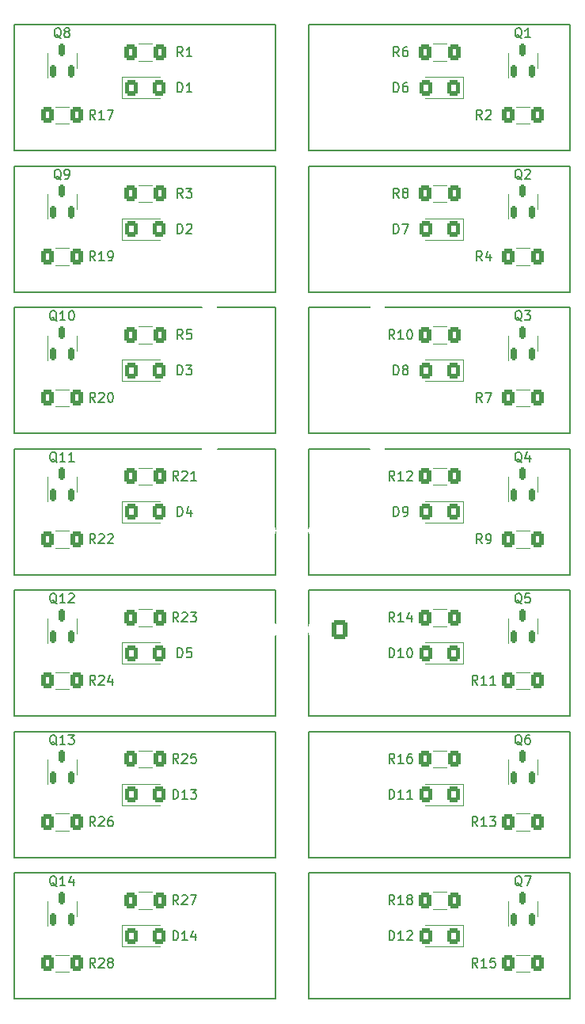
<source format=gto>
G04 #@! TF.GenerationSoftware,KiCad,Pcbnew,7.0.6*
G04 #@! TF.CreationDate,2024-03-01T09:38:34+01:00*
G04 #@! TF.ProjectId,Alarm_lights,416c6172-6d5f-46c6-9967-6874732e6b69,1.0.1*
G04 #@! TF.SameCoordinates,Original*
G04 #@! TF.FileFunction,Legend,Top*
G04 #@! TF.FilePolarity,Positive*
%FSLAX46Y46*%
G04 Gerber Fmt 4.6, Leading zero omitted, Abs format (unit mm)*
G04 Created by KiCad (PCBNEW 7.0.6) date 2024-03-01 09:38:34*
%MOMM*%
%LPD*%
G01*
G04 APERTURE LIST*
G04 Aperture macros list*
%AMRoundRect*
0 Rectangle with rounded corners*
0 $1 Rounding radius*
0 $2 $3 $4 $5 $6 $7 $8 $9 X,Y pos of 4 corners*
0 Add a 4 corners polygon primitive as box body*
4,1,4,$2,$3,$4,$5,$6,$7,$8,$9,$2,$3,0*
0 Add four circle primitives for the rounded corners*
1,1,$1+$1,$2,$3*
1,1,$1+$1,$4,$5*
1,1,$1+$1,$6,$7*
1,1,$1+$1,$8,$9*
0 Add four rect primitives between the rounded corners*
20,1,$1+$1,$2,$3,$4,$5,0*
20,1,$1+$1,$4,$5,$6,$7,0*
20,1,$1+$1,$6,$7,$8,$9,0*
20,1,$1+$1,$8,$9,$2,$3,0*%
G04 Aperture macros list end*
%ADD10C,0.150000*%
%ADD11C,0.120000*%
%ADD12RoundRect,0.150000X0.150000X-0.512500X0.150000X0.512500X-0.150000X0.512500X-0.150000X-0.512500X0*%
%ADD13RoundRect,0.250001X0.462499X0.624999X-0.462499X0.624999X-0.462499X-0.624999X0.462499X-0.624999X0*%
%ADD14RoundRect,0.250000X0.400000X0.625000X-0.400000X0.625000X-0.400000X-0.625000X0.400000X-0.625000X0*%
%ADD15RoundRect,0.250000X-0.400000X-0.625000X0.400000X-0.625000X0.400000X0.625000X-0.400000X0.625000X0*%
%ADD16RoundRect,0.250001X-0.462499X-0.624999X0.462499X-0.624999X0.462499X0.624999X-0.462499X0.624999X0*%
%ADD17R,1.700000X1.700000*%
%ADD18O,1.700000X1.700000*%
%ADD19RoundRect,0.250000X0.600000X0.725000X-0.600000X0.725000X-0.600000X-0.725000X0.600000X-0.725000X0*%
%ADD20O,1.700000X1.950000*%
G04 APERTURE END LIST*
D10*
X25400000Y-25400000D02*
X53340000Y-25400000D01*
X53340000Y-38862000D01*
X25400000Y-38862000D01*
X25400000Y-25400000D01*
X56896000Y-100965000D02*
X84836000Y-100965000D01*
X84836000Y-114427000D01*
X56896000Y-114427000D01*
X56896000Y-100965000D01*
X25400000Y-55626000D02*
X53340000Y-55626000D01*
X53340000Y-69088000D01*
X25400000Y-69088000D01*
X25400000Y-55626000D01*
X25400000Y-116078000D02*
X53340000Y-116078000D01*
X53340000Y-129540000D01*
X25400000Y-129540000D01*
X25400000Y-116078000D01*
X25400000Y-100965000D02*
X53340000Y-100965000D01*
X53340000Y-114427000D01*
X25400000Y-114427000D01*
X25400000Y-100965000D01*
X56896000Y-70739000D02*
X84836000Y-70739000D01*
X84836000Y-84201000D01*
X56896000Y-84201000D01*
X56896000Y-70739000D01*
X25400000Y-40513000D02*
X53340000Y-40513000D01*
X53340000Y-53975000D01*
X25400000Y-53975000D01*
X25400000Y-40513000D01*
X56896000Y-40513000D02*
X84836000Y-40513000D01*
X84836000Y-53975000D01*
X56896000Y-53975000D01*
X56896000Y-40513000D01*
X56896000Y-55626000D02*
X84836000Y-55626000D01*
X84836000Y-69088000D01*
X56896000Y-69088000D01*
X56896000Y-55626000D01*
X56896000Y-25400000D02*
X84836000Y-25400000D01*
X84836000Y-38862000D01*
X56896000Y-38862000D01*
X56896000Y-25400000D01*
X25400000Y-70739000D02*
X53340000Y-70739000D01*
X53340000Y-84201000D01*
X25400000Y-84201000D01*
X25400000Y-70739000D01*
X56896000Y-85852000D02*
X84836000Y-85852000D01*
X84836000Y-99314000D01*
X56896000Y-99314000D01*
X56896000Y-85852000D01*
X25400000Y-85852000D02*
X53340000Y-85852000D01*
X53340000Y-99314000D01*
X25400000Y-99314000D01*
X25400000Y-85852000D01*
X56896000Y-116078000D02*
X84836000Y-116078000D01*
X84836000Y-129540000D01*
X56896000Y-129540000D01*
X56896000Y-116078000D01*
X29908571Y-72178057D02*
X29813333Y-72130438D01*
X29813333Y-72130438D02*
X29718095Y-72035200D01*
X29718095Y-72035200D02*
X29575238Y-71892342D01*
X29575238Y-71892342D02*
X29480000Y-71844723D01*
X29480000Y-71844723D02*
X29384762Y-71844723D01*
X29432381Y-72082819D02*
X29337143Y-72035200D01*
X29337143Y-72035200D02*
X29241905Y-71939961D01*
X29241905Y-71939961D02*
X29194286Y-71749485D01*
X29194286Y-71749485D02*
X29194286Y-71416152D01*
X29194286Y-71416152D02*
X29241905Y-71225676D01*
X29241905Y-71225676D02*
X29337143Y-71130438D01*
X29337143Y-71130438D02*
X29432381Y-71082819D01*
X29432381Y-71082819D02*
X29622857Y-71082819D01*
X29622857Y-71082819D02*
X29718095Y-71130438D01*
X29718095Y-71130438D02*
X29813333Y-71225676D01*
X29813333Y-71225676D02*
X29860952Y-71416152D01*
X29860952Y-71416152D02*
X29860952Y-71749485D01*
X29860952Y-71749485D02*
X29813333Y-71939961D01*
X29813333Y-71939961D02*
X29718095Y-72035200D01*
X29718095Y-72035200D02*
X29622857Y-72082819D01*
X29622857Y-72082819D02*
X29432381Y-72082819D01*
X30813333Y-72082819D02*
X30241905Y-72082819D01*
X30527619Y-72082819D02*
X30527619Y-71082819D01*
X30527619Y-71082819D02*
X30432381Y-71225676D01*
X30432381Y-71225676D02*
X30337143Y-71320914D01*
X30337143Y-71320914D02*
X30241905Y-71368533D01*
X31765714Y-72082819D02*
X31194286Y-72082819D01*
X31480000Y-72082819D02*
X31480000Y-71082819D01*
X31480000Y-71082819D02*
X31384762Y-71225676D01*
X31384762Y-71225676D02*
X31289524Y-71320914D01*
X31289524Y-71320914D02*
X31194286Y-71368533D01*
X65936905Y-77924819D02*
X65936905Y-76924819D01*
X65936905Y-76924819D02*
X66175000Y-76924819D01*
X66175000Y-76924819D02*
X66317857Y-76972438D01*
X66317857Y-76972438D02*
X66413095Y-77067676D01*
X66413095Y-77067676D02*
X66460714Y-77162914D01*
X66460714Y-77162914D02*
X66508333Y-77353390D01*
X66508333Y-77353390D02*
X66508333Y-77496247D01*
X66508333Y-77496247D02*
X66460714Y-77686723D01*
X66460714Y-77686723D02*
X66413095Y-77781961D01*
X66413095Y-77781961D02*
X66317857Y-77877200D01*
X66317857Y-77877200D02*
X66175000Y-77924819D01*
X66175000Y-77924819D02*
X65936905Y-77924819D01*
X66984524Y-77924819D02*
X67175000Y-77924819D01*
X67175000Y-77924819D02*
X67270238Y-77877200D01*
X67270238Y-77877200D02*
X67317857Y-77829580D01*
X67317857Y-77829580D02*
X67413095Y-77686723D01*
X67413095Y-77686723D02*
X67460714Y-77496247D01*
X67460714Y-77496247D02*
X67460714Y-77115295D01*
X67460714Y-77115295D02*
X67413095Y-77020057D01*
X67413095Y-77020057D02*
X67365476Y-76972438D01*
X67365476Y-76972438D02*
X67270238Y-76924819D01*
X67270238Y-76924819D02*
X67079762Y-76924819D01*
X67079762Y-76924819D02*
X66984524Y-76972438D01*
X66984524Y-76972438D02*
X66936905Y-77020057D01*
X66936905Y-77020057D02*
X66889286Y-77115295D01*
X66889286Y-77115295D02*
X66889286Y-77353390D01*
X66889286Y-77353390D02*
X66936905Y-77448628D01*
X66936905Y-77448628D02*
X66984524Y-77496247D01*
X66984524Y-77496247D02*
X67079762Y-77543866D01*
X67079762Y-77543866D02*
X67270238Y-77543866D01*
X67270238Y-77543866D02*
X67365476Y-77496247D01*
X67365476Y-77496247D02*
X67413095Y-77448628D01*
X67413095Y-77448628D02*
X67460714Y-77353390D01*
X30384761Y-26839057D02*
X30289523Y-26791438D01*
X30289523Y-26791438D02*
X30194285Y-26696200D01*
X30194285Y-26696200D02*
X30051428Y-26553342D01*
X30051428Y-26553342D02*
X29956190Y-26505723D01*
X29956190Y-26505723D02*
X29860952Y-26505723D01*
X29908571Y-26743819D02*
X29813333Y-26696200D01*
X29813333Y-26696200D02*
X29718095Y-26600961D01*
X29718095Y-26600961D02*
X29670476Y-26410485D01*
X29670476Y-26410485D02*
X29670476Y-26077152D01*
X29670476Y-26077152D02*
X29718095Y-25886676D01*
X29718095Y-25886676D02*
X29813333Y-25791438D01*
X29813333Y-25791438D02*
X29908571Y-25743819D01*
X29908571Y-25743819D02*
X30099047Y-25743819D01*
X30099047Y-25743819D02*
X30194285Y-25791438D01*
X30194285Y-25791438D02*
X30289523Y-25886676D01*
X30289523Y-25886676D02*
X30337142Y-26077152D01*
X30337142Y-26077152D02*
X30337142Y-26410485D01*
X30337142Y-26410485D02*
X30289523Y-26600961D01*
X30289523Y-26600961D02*
X30194285Y-26696200D01*
X30194285Y-26696200D02*
X30099047Y-26743819D01*
X30099047Y-26743819D02*
X29908571Y-26743819D01*
X30908571Y-26172390D02*
X30813333Y-26124771D01*
X30813333Y-26124771D02*
X30765714Y-26077152D01*
X30765714Y-26077152D02*
X30718095Y-25981914D01*
X30718095Y-25981914D02*
X30718095Y-25934295D01*
X30718095Y-25934295D02*
X30765714Y-25839057D01*
X30765714Y-25839057D02*
X30813333Y-25791438D01*
X30813333Y-25791438D02*
X30908571Y-25743819D01*
X30908571Y-25743819D02*
X31099047Y-25743819D01*
X31099047Y-25743819D02*
X31194285Y-25791438D01*
X31194285Y-25791438D02*
X31241904Y-25839057D01*
X31241904Y-25839057D02*
X31289523Y-25934295D01*
X31289523Y-25934295D02*
X31289523Y-25981914D01*
X31289523Y-25981914D02*
X31241904Y-26077152D01*
X31241904Y-26077152D02*
X31194285Y-26124771D01*
X31194285Y-26124771D02*
X31099047Y-26172390D01*
X31099047Y-26172390D02*
X30908571Y-26172390D01*
X30908571Y-26172390D02*
X30813333Y-26220009D01*
X30813333Y-26220009D02*
X30765714Y-26267628D01*
X30765714Y-26267628D02*
X30718095Y-26362866D01*
X30718095Y-26362866D02*
X30718095Y-26553342D01*
X30718095Y-26553342D02*
X30765714Y-26648580D01*
X30765714Y-26648580D02*
X30813333Y-26696200D01*
X30813333Y-26696200D02*
X30908571Y-26743819D01*
X30908571Y-26743819D02*
X31099047Y-26743819D01*
X31099047Y-26743819D02*
X31194285Y-26696200D01*
X31194285Y-26696200D02*
X31241904Y-26648580D01*
X31241904Y-26648580D02*
X31289523Y-26553342D01*
X31289523Y-26553342D02*
X31289523Y-26362866D01*
X31289523Y-26362866D02*
X31241904Y-26267628D01*
X31241904Y-26267628D02*
X31194285Y-26220009D01*
X31194285Y-26220009D02*
X31099047Y-26172390D01*
X79660761Y-87291057D02*
X79565523Y-87243438D01*
X79565523Y-87243438D02*
X79470285Y-87148200D01*
X79470285Y-87148200D02*
X79327428Y-87005342D01*
X79327428Y-87005342D02*
X79232190Y-86957723D01*
X79232190Y-86957723D02*
X79136952Y-86957723D01*
X79184571Y-87195819D02*
X79089333Y-87148200D01*
X79089333Y-87148200D02*
X78994095Y-87052961D01*
X78994095Y-87052961D02*
X78946476Y-86862485D01*
X78946476Y-86862485D02*
X78946476Y-86529152D01*
X78946476Y-86529152D02*
X78994095Y-86338676D01*
X78994095Y-86338676D02*
X79089333Y-86243438D01*
X79089333Y-86243438D02*
X79184571Y-86195819D01*
X79184571Y-86195819D02*
X79375047Y-86195819D01*
X79375047Y-86195819D02*
X79470285Y-86243438D01*
X79470285Y-86243438D02*
X79565523Y-86338676D01*
X79565523Y-86338676D02*
X79613142Y-86529152D01*
X79613142Y-86529152D02*
X79613142Y-86862485D01*
X79613142Y-86862485D02*
X79565523Y-87052961D01*
X79565523Y-87052961D02*
X79470285Y-87148200D01*
X79470285Y-87148200D02*
X79375047Y-87195819D01*
X79375047Y-87195819D02*
X79184571Y-87195819D01*
X80517904Y-86195819D02*
X80041714Y-86195819D01*
X80041714Y-86195819D02*
X79994095Y-86672009D01*
X79994095Y-86672009D02*
X80041714Y-86624390D01*
X80041714Y-86624390D02*
X80136952Y-86576771D01*
X80136952Y-86576771D02*
X80375047Y-86576771D01*
X80375047Y-86576771D02*
X80470285Y-86624390D01*
X80470285Y-86624390D02*
X80517904Y-86672009D01*
X80517904Y-86672009D02*
X80565523Y-86767247D01*
X80565523Y-86767247D02*
X80565523Y-87005342D01*
X80565523Y-87005342D02*
X80517904Y-87100580D01*
X80517904Y-87100580D02*
X80470285Y-87148200D01*
X80470285Y-87148200D02*
X80375047Y-87195819D01*
X80375047Y-87195819D02*
X80136952Y-87195819D01*
X80136952Y-87195819D02*
X80041714Y-87148200D01*
X80041714Y-87148200D02*
X79994095Y-87100580D01*
X79660761Y-102404057D02*
X79565523Y-102356438D01*
X79565523Y-102356438D02*
X79470285Y-102261200D01*
X79470285Y-102261200D02*
X79327428Y-102118342D01*
X79327428Y-102118342D02*
X79232190Y-102070723D01*
X79232190Y-102070723D02*
X79136952Y-102070723D01*
X79184571Y-102308819D02*
X79089333Y-102261200D01*
X79089333Y-102261200D02*
X78994095Y-102165961D01*
X78994095Y-102165961D02*
X78946476Y-101975485D01*
X78946476Y-101975485D02*
X78946476Y-101642152D01*
X78946476Y-101642152D02*
X78994095Y-101451676D01*
X78994095Y-101451676D02*
X79089333Y-101356438D01*
X79089333Y-101356438D02*
X79184571Y-101308819D01*
X79184571Y-101308819D02*
X79375047Y-101308819D01*
X79375047Y-101308819D02*
X79470285Y-101356438D01*
X79470285Y-101356438D02*
X79565523Y-101451676D01*
X79565523Y-101451676D02*
X79613142Y-101642152D01*
X79613142Y-101642152D02*
X79613142Y-101975485D01*
X79613142Y-101975485D02*
X79565523Y-102165961D01*
X79565523Y-102165961D02*
X79470285Y-102261200D01*
X79470285Y-102261200D02*
X79375047Y-102308819D01*
X79375047Y-102308819D02*
X79184571Y-102308819D01*
X80470285Y-101308819D02*
X80279809Y-101308819D01*
X80279809Y-101308819D02*
X80184571Y-101356438D01*
X80184571Y-101356438D02*
X80136952Y-101404057D01*
X80136952Y-101404057D02*
X80041714Y-101546914D01*
X80041714Y-101546914D02*
X79994095Y-101737390D01*
X79994095Y-101737390D02*
X79994095Y-102118342D01*
X79994095Y-102118342D02*
X80041714Y-102213580D01*
X80041714Y-102213580D02*
X80089333Y-102261200D01*
X80089333Y-102261200D02*
X80184571Y-102308819D01*
X80184571Y-102308819D02*
X80375047Y-102308819D01*
X80375047Y-102308819D02*
X80470285Y-102261200D01*
X80470285Y-102261200D02*
X80517904Y-102213580D01*
X80517904Y-102213580D02*
X80565523Y-102118342D01*
X80565523Y-102118342D02*
X80565523Y-101880247D01*
X80565523Y-101880247D02*
X80517904Y-101785009D01*
X80517904Y-101785009D02*
X80470285Y-101737390D01*
X80470285Y-101737390D02*
X80375047Y-101689771D01*
X80375047Y-101689771D02*
X80184571Y-101689771D01*
X80184571Y-101689771D02*
X80089333Y-101737390D01*
X80089333Y-101737390D02*
X80041714Y-101785009D01*
X80041714Y-101785009D02*
X79994095Y-101880247D01*
X42918142Y-74114819D02*
X42584809Y-73638628D01*
X42346714Y-74114819D02*
X42346714Y-73114819D01*
X42346714Y-73114819D02*
X42727666Y-73114819D01*
X42727666Y-73114819D02*
X42822904Y-73162438D01*
X42822904Y-73162438D02*
X42870523Y-73210057D01*
X42870523Y-73210057D02*
X42918142Y-73305295D01*
X42918142Y-73305295D02*
X42918142Y-73448152D01*
X42918142Y-73448152D02*
X42870523Y-73543390D01*
X42870523Y-73543390D02*
X42822904Y-73591009D01*
X42822904Y-73591009D02*
X42727666Y-73638628D01*
X42727666Y-73638628D02*
X42346714Y-73638628D01*
X43299095Y-73210057D02*
X43346714Y-73162438D01*
X43346714Y-73162438D02*
X43441952Y-73114819D01*
X43441952Y-73114819D02*
X43680047Y-73114819D01*
X43680047Y-73114819D02*
X43775285Y-73162438D01*
X43775285Y-73162438D02*
X43822904Y-73210057D01*
X43822904Y-73210057D02*
X43870523Y-73305295D01*
X43870523Y-73305295D02*
X43870523Y-73400533D01*
X43870523Y-73400533D02*
X43822904Y-73543390D01*
X43822904Y-73543390D02*
X43251476Y-74114819D01*
X43251476Y-74114819D02*
X43870523Y-74114819D01*
X44822904Y-74114819D02*
X44251476Y-74114819D01*
X44537190Y-74114819D02*
X44537190Y-73114819D01*
X44537190Y-73114819D02*
X44441952Y-73257676D01*
X44441952Y-73257676D02*
X44346714Y-73352914D01*
X44346714Y-73352914D02*
X44251476Y-73400533D01*
X79660761Y-41952057D02*
X79565523Y-41904438D01*
X79565523Y-41904438D02*
X79470285Y-41809200D01*
X79470285Y-41809200D02*
X79327428Y-41666342D01*
X79327428Y-41666342D02*
X79232190Y-41618723D01*
X79232190Y-41618723D02*
X79136952Y-41618723D01*
X79184571Y-41856819D02*
X79089333Y-41809200D01*
X79089333Y-41809200D02*
X78994095Y-41713961D01*
X78994095Y-41713961D02*
X78946476Y-41523485D01*
X78946476Y-41523485D02*
X78946476Y-41190152D01*
X78946476Y-41190152D02*
X78994095Y-40999676D01*
X78994095Y-40999676D02*
X79089333Y-40904438D01*
X79089333Y-40904438D02*
X79184571Y-40856819D01*
X79184571Y-40856819D02*
X79375047Y-40856819D01*
X79375047Y-40856819D02*
X79470285Y-40904438D01*
X79470285Y-40904438D02*
X79565523Y-40999676D01*
X79565523Y-40999676D02*
X79613142Y-41190152D01*
X79613142Y-41190152D02*
X79613142Y-41523485D01*
X79613142Y-41523485D02*
X79565523Y-41713961D01*
X79565523Y-41713961D02*
X79470285Y-41809200D01*
X79470285Y-41809200D02*
X79375047Y-41856819D01*
X79375047Y-41856819D02*
X79184571Y-41856819D01*
X79994095Y-40952057D02*
X80041714Y-40904438D01*
X80041714Y-40904438D02*
X80136952Y-40856819D01*
X80136952Y-40856819D02*
X80375047Y-40856819D01*
X80375047Y-40856819D02*
X80470285Y-40904438D01*
X80470285Y-40904438D02*
X80517904Y-40952057D01*
X80517904Y-40952057D02*
X80565523Y-41047295D01*
X80565523Y-41047295D02*
X80565523Y-41142533D01*
X80565523Y-41142533D02*
X80517904Y-41285390D01*
X80517904Y-41285390D02*
X79946476Y-41856819D01*
X79946476Y-41856819D02*
X80565523Y-41856819D01*
X65460714Y-93037819D02*
X65460714Y-92037819D01*
X65460714Y-92037819D02*
X65698809Y-92037819D01*
X65698809Y-92037819D02*
X65841666Y-92085438D01*
X65841666Y-92085438D02*
X65936904Y-92180676D01*
X65936904Y-92180676D02*
X65984523Y-92275914D01*
X65984523Y-92275914D02*
X66032142Y-92466390D01*
X66032142Y-92466390D02*
X66032142Y-92609247D01*
X66032142Y-92609247D02*
X65984523Y-92799723D01*
X65984523Y-92799723D02*
X65936904Y-92894961D01*
X65936904Y-92894961D02*
X65841666Y-92990200D01*
X65841666Y-92990200D02*
X65698809Y-93037819D01*
X65698809Y-93037819D02*
X65460714Y-93037819D01*
X66984523Y-93037819D02*
X66413095Y-93037819D01*
X66698809Y-93037819D02*
X66698809Y-92037819D01*
X66698809Y-92037819D02*
X66603571Y-92180676D01*
X66603571Y-92180676D02*
X66508333Y-92275914D01*
X66508333Y-92275914D02*
X66413095Y-92323533D01*
X67603571Y-92037819D02*
X67698809Y-92037819D01*
X67698809Y-92037819D02*
X67794047Y-92085438D01*
X67794047Y-92085438D02*
X67841666Y-92133057D01*
X67841666Y-92133057D02*
X67889285Y-92228295D01*
X67889285Y-92228295D02*
X67936904Y-92418771D01*
X67936904Y-92418771D02*
X67936904Y-92656866D01*
X67936904Y-92656866D02*
X67889285Y-92847342D01*
X67889285Y-92847342D02*
X67841666Y-92942580D01*
X67841666Y-92942580D02*
X67794047Y-92990200D01*
X67794047Y-92990200D02*
X67698809Y-93037819D01*
X67698809Y-93037819D02*
X67603571Y-93037819D01*
X67603571Y-93037819D02*
X67508333Y-92990200D01*
X67508333Y-92990200D02*
X67460714Y-92942580D01*
X67460714Y-92942580D02*
X67413095Y-92847342D01*
X67413095Y-92847342D02*
X67365476Y-92656866D01*
X67365476Y-92656866D02*
X67365476Y-92418771D01*
X67365476Y-92418771D02*
X67413095Y-92228295D01*
X67413095Y-92228295D02*
X67460714Y-92133057D01*
X67460714Y-92133057D02*
X67508333Y-92085438D01*
X67508333Y-92085438D02*
X67603571Y-92037819D01*
X34028142Y-65732819D02*
X33694809Y-65256628D01*
X33456714Y-65732819D02*
X33456714Y-64732819D01*
X33456714Y-64732819D02*
X33837666Y-64732819D01*
X33837666Y-64732819D02*
X33932904Y-64780438D01*
X33932904Y-64780438D02*
X33980523Y-64828057D01*
X33980523Y-64828057D02*
X34028142Y-64923295D01*
X34028142Y-64923295D02*
X34028142Y-65066152D01*
X34028142Y-65066152D02*
X33980523Y-65161390D01*
X33980523Y-65161390D02*
X33932904Y-65209009D01*
X33932904Y-65209009D02*
X33837666Y-65256628D01*
X33837666Y-65256628D02*
X33456714Y-65256628D01*
X34409095Y-64828057D02*
X34456714Y-64780438D01*
X34456714Y-64780438D02*
X34551952Y-64732819D01*
X34551952Y-64732819D02*
X34790047Y-64732819D01*
X34790047Y-64732819D02*
X34885285Y-64780438D01*
X34885285Y-64780438D02*
X34932904Y-64828057D01*
X34932904Y-64828057D02*
X34980523Y-64923295D01*
X34980523Y-64923295D02*
X34980523Y-65018533D01*
X34980523Y-65018533D02*
X34932904Y-65161390D01*
X34932904Y-65161390D02*
X34361476Y-65732819D01*
X34361476Y-65732819D02*
X34980523Y-65732819D01*
X35599571Y-64732819D02*
X35694809Y-64732819D01*
X35694809Y-64732819D02*
X35790047Y-64780438D01*
X35790047Y-64780438D02*
X35837666Y-64828057D01*
X35837666Y-64828057D02*
X35885285Y-64923295D01*
X35885285Y-64923295D02*
X35932904Y-65113771D01*
X35932904Y-65113771D02*
X35932904Y-65351866D01*
X35932904Y-65351866D02*
X35885285Y-65542342D01*
X35885285Y-65542342D02*
X35837666Y-65637580D01*
X35837666Y-65637580D02*
X35790047Y-65685200D01*
X35790047Y-65685200D02*
X35694809Y-65732819D01*
X35694809Y-65732819D02*
X35599571Y-65732819D01*
X35599571Y-65732819D02*
X35504333Y-65685200D01*
X35504333Y-65685200D02*
X35456714Y-65637580D01*
X35456714Y-65637580D02*
X35409095Y-65542342D01*
X35409095Y-65542342D02*
X35361476Y-65351866D01*
X35361476Y-65351866D02*
X35361476Y-65113771D01*
X35361476Y-65113771D02*
X35409095Y-64923295D01*
X35409095Y-64923295D02*
X35456714Y-64828057D01*
X35456714Y-64828057D02*
X35504333Y-64780438D01*
X35504333Y-64780438D02*
X35599571Y-64732819D01*
X66032142Y-89227819D02*
X65698809Y-88751628D01*
X65460714Y-89227819D02*
X65460714Y-88227819D01*
X65460714Y-88227819D02*
X65841666Y-88227819D01*
X65841666Y-88227819D02*
X65936904Y-88275438D01*
X65936904Y-88275438D02*
X65984523Y-88323057D01*
X65984523Y-88323057D02*
X66032142Y-88418295D01*
X66032142Y-88418295D02*
X66032142Y-88561152D01*
X66032142Y-88561152D02*
X65984523Y-88656390D01*
X65984523Y-88656390D02*
X65936904Y-88704009D01*
X65936904Y-88704009D02*
X65841666Y-88751628D01*
X65841666Y-88751628D02*
X65460714Y-88751628D01*
X66984523Y-89227819D02*
X66413095Y-89227819D01*
X66698809Y-89227819D02*
X66698809Y-88227819D01*
X66698809Y-88227819D02*
X66603571Y-88370676D01*
X66603571Y-88370676D02*
X66508333Y-88465914D01*
X66508333Y-88465914D02*
X66413095Y-88513533D01*
X67841666Y-88561152D02*
X67841666Y-89227819D01*
X67603571Y-88180200D02*
X67365476Y-88894485D01*
X67365476Y-88894485D02*
X67984523Y-88894485D01*
X74922142Y-126184819D02*
X74588809Y-125708628D01*
X74350714Y-126184819D02*
X74350714Y-125184819D01*
X74350714Y-125184819D02*
X74731666Y-125184819D01*
X74731666Y-125184819D02*
X74826904Y-125232438D01*
X74826904Y-125232438D02*
X74874523Y-125280057D01*
X74874523Y-125280057D02*
X74922142Y-125375295D01*
X74922142Y-125375295D02*
X74922142Y-125518152D01*
X74922142Y-125518152D02*
X74874523Y-125613390D01*
X74874523Y-125613390D02*
X74826904Y-125661009D01*
X74826904Y-125661009D02*
X74731666Y-125708628D01*
X74731666Y-125708628D02*
X74350714Y-125708628D01*
X75874523Y-126184819D02*
X75303095Y-126184819D01*
X75588809Y-126184819D02*
X75588809Y-125184819D01*
X75588809Y-125184819D02*
X75493571Y-125327676D01*
X75493571Y-125327676D02*
X75398333Y-125422914D01*
X75398333Y-125422914D02*
X75303095Y-125470533D01*
X76779285Y-125184819D02*
X76303095Y-125184819D01*
X76303095Y-125184819D02*
X76255476Y-125661009D01*
X76255476Y-125661009D02*
X76303095Y-125613390D01*
X76303095Y-125613390D02*
X76398333Y-125565771D01*
X76398333Y-125565771D02*
X76636428Y-125565771D01*
X76636428Y-125565771D02*
X76731666Y-125613390D01*
X76731666Y-125613390D02*
X76779285Y-125661009D01*
X76779285Y-125661009D02*
X76826904Y-125756247D01*
X76826904Y-125756247D02*
X76826904Y-125994342D01*
X76826904Y-125994342D02*
X76779285Y-126089580D01*
X76779285Y-126089580D02*
X76731666Y-126137200D01*
X76731666Y-126137200D02*
X76636428Y-126184819D01*
X76636428Y-126184819D02*
X76398333Y-126184819D01*
X76398333Y-126184819D02*
X76303095Y-126137200D01*
X76303095Y-126137200D02*
X76255476Y-126089580D01*
X42346714Y-123263819D02*
X42346714Y-122263819D01*
X42346714Y-122263819D02*
X42584809Y-122263819D01*
X42584809Y-122263819D02*
X42727666Y-122311438D01*
X42727666Y-122311438D02*
X42822904Y-122406676D01*
X42822904Y-122406676D02*
X42870523Y-122501914D01*
X42870523Y-122501914D02*
X42918142Y-122692390D01*
X42918142Y-122692390D02*
X42918142Y-122835247D01*
X42918142Y-122835247D02*
X42870523Y-123025723D01*
X42870523Y-123025723D02*
X42822904Y-123120961D01*
X42822904Y-123120961D02*
X42727666Y-123216200D01*
X42727666Y-123216200D02*
X42584809Y-123263819D01*
X42584809Y-123263819D02*
X42346714Y-123263819D01*
X43870523Y-123263819D02*
X43299095Y-123263819D01*
X43584809Y-123263819D02*
X43584809Y-122263819D01*
X43584809Y-122263819D02*
X43489571Y-122406676D01*
X43489571Y-122406676D02*
X43394333Y-122501914D01*
X43394333Y-122501914D02*
X43299095Y-122549533D01*
X44727666Y-122597152D02*
X44727666Y-123263819D01*
X44489571Y-122216200D02*
X44251476Y-122930485D01*
X44251476Y-122930485D02*
X44870523Y-122930485D01*
X75398333Y-35506819D02*
X75065000Y-35030628D01*
X74826905Y-35506819D02*
X74826905Y-34506819D01*
X74826905Y-34506819D02*
X75207857Y-34506819D01*
X75207857Y-34506819D02*
X75303095Y-34554438D01*
X75303095Y-34554438D02*
X75350714Y-34602057D01*
X75350714Y-34602057D02*
X75398333Y-34697295D01*
X75398333Y-34697295D02*
X75398333Y-34840152D01*
X75398333Y-34840152D02*
X75350714Y-34935390D01*
X75350714Y-34935390D02*
X75303095Y-34983009D01*
X75303095Y-34983009D02*
X75207857Y-35030628D01*
X75207857Y-35030628D02*
X74826905Y-35030628D01*
X75779286Y-34602057D02*
X75826905Y-34554438D01*
X75826905Y-34554438D02*
X75922143Y-34506819D01*
X75922143Y-34506819D02*
X76160238Y-34506819D01*
X76160238Y-34506819D02*
X76255476Y-34554438D01*
X76255476Y-34554438D02*
X76303095Y-34602057D01*
X76303095Y-34602057D02*
X76350714Y-34697295D01*
X76350714Y-34697295D02*
X76350714Y-34792533D01*
X76350714Y-34792533D02*
X76303095Y-34935390D01*
X76303095Y-34935390D02*
X75731667Y-35506819D01*
X75731667Y-35506819D02*
X76350714Y-35506819D01*
X42822905Y-47698819D02*
X42822905Y-46698819D01*
X42822905Y-46698819D02*
X43061000Y-46698819D01*
X43061000Y-46698819D02*
X43203857Y-46746438D01*
X43203857Y-46746438D02*
X43299095Y-46841676D01*
X43299095Y-46841676D02*
X43346714Y-46936914D01*
X43346714Y-46936914D02*
X43394333Y-47127390D01*
X43394333Y-47127390D02*
X43394333Y-47270247D01*
X43394333Y-47270247D02*
X43346714Y-47460723D01*
X43346714Y-47460723D02*
X43299095Y-47555961D01*
X43299095Y-47555961D02*
X43203857Y-47651200D01*
X43203857Y-47651200D02*
X43061000Y-47698819D01*
X43061000Y-47698819D02*
X42822905Y-47698819D01*
X43775286Y-46794057D02*
X43822905Y-46746438D01*
X43822905Y-46746438D02*
X43918143Y-46698819D01*
X43918143Y-46698819D02*
X44156238Y-46698819D01*
X44156238Y-46698819D02*
X44251476Y-46746438D01*
X44251476Y-46746438D02*
X44299095Y-46794057D01*
X44299095Y-46794057D02*
X44346714Y-46889295D01*
X44346714Y-46889295D02*
X44346714Y-46984533D01*
X44346714Y-46984533D02*
X44299095Y-47127390D01*
X44299095Y-47127390D02*
X43727667Y-47698819D01*
X43727667Y-47698819D02*
X44346714Y-47698819D01*
X42822905Y-32585819D02*
X42822905Y-31585819D01*
X42822905Y-31585819D02*
X43061000Y-31585819D01*
X43061000Y-31585819D02*
X43203857Y-31633438D01*
X43203857Y-31633438D02*
X43299095Y-31728676D01*
X43299095Y-31728676D02*
X43346714Y-31823914D01*
X43346714Y-31823914D02*
X43394333Y-32014390D01*
X43394333Y-32014390D02*
X43394333Y-32157247D01*
X43394333Y-32157247D02*
X43346714Y-32347723D01*
X43346714Y-32347723D02*
X43299095Y-32442961D01*
X43299095Y-32442961D02*
X43203857Y-32538200D01*
X43203857Y-32538200D02*
X43061000Y-32585819D01*
X43061000Y-32585819D02*
X42822905Y-32585819D01*
X44346714Y-32585819D02*
X43775286Y-32585819D01*
X44061000Y-32585819D02*
X44061000Y-31585819D01*
X44061000Y-31585819D02*
X43965762Y-31728676D01*
X43965762Y-31728676D02*
X43870524Y-31823914D01*
X43870524Y-31823914D02*
X43775286Y-31871533D01*
X65936905Y-32585819D02*
X65936905Y-31585819D01*
X65936905Y-31585819D02*
X66175000Y-31585819D01*
X66175000Y-31585819D02*
X66317857Y-31633438D01*
X66317857Y-31633438D02*
X66413095Y-31728676D01*
X66413095Y-31728676D02*
X66460714Y-31823914D01*
X66460714Y-31823914D02*
X66508333Y-32014390D01*
X66508333Y-32014390D02*
X66508333Y-32157247D01*
X66508333Y-32157247D02*
X66460714Y-32347723D01*
X66460714Y-32347723D02*
X66413095Y-32442961D01*
X66413095Y-32442961D02*
X66317857Y-32538200D01*
X66317857Y-32538200D02*
X66175000Y-32585819D01*
X66175000Y-32585819D02*
X65936905Y-32585819D01*
X67365476Y-31585819D02*
X67175000Y-31585819D01*
X67175000Y-31585819D02*
X67079762Y-31633438D01*
X67079762Y-31633438D02*
X67032143Y-31681057D01*
X67032143Y-31681057D02*
X66936905Y-31823914D01*
X66936905Y-31823914D02*
X66889286Y-32014390D01*
X66889286Y-32014390D02*
X66889286Y-32395342D01*
X66889286Y-32395342D02*
X66936905Y-32490580D01*
X66936905Y-32490580D02*
X66984524Y-32538200D01*
X66984524Y-32538200D02*
X67079762Y-32585819D01*
X67079762Y-32585819D02*
X67270238Y-32585819D01*
X67270238Y-32585819D02*
X67365476Y-32538200D01*
X67365476Y-32538200D02*
X67413095Y-32490580D01*
X67413095Y-32490580D02*
X67460714Y-32395342D01*
X67460714Y-32395342D02*
X67460714Y-32157247D01*
X67460714Y-32157247D02*
X67413095Y-32062009D01*
X67413095Y-32062009D02*
X67365476Y-32014390D01*
X67365476Y-32014390D02*
X67270238Y-31966771D01*
X67270238Y-31966771D02*
X67079762Y-31966771D01*
X67079762Y-31966771D02*
X66984524Y-32014390D01*
X66984524Y-32014390D02*
X66936905Y-32062009D01*
X66936905Y-32062009D02*
X66889286Y-32157247D01*
X66508333Y-28775819D02*
X66175000Y-28299628D01*
X65936905Y-28775819D02*
X65936905Y-27775819D01*
X65936905Y-27775819D02*
X66317857Y-27775819D01*
X66317857Y-27775819D02*
X66413095Y-27823438D01*
X66413095Y-27823438D02*
X66460714Y-27871057D01*
X66460714Y-27871057D02*
X66508333Y-27966295D01*
X66508333Y-27966295D02*
X66508333Y-28109152D01*
X66508333Y-28109152D02*
X66460714Y-28204390D01*
X66460714Y-28204390D02*
X66413095Y-28252009D01*
X66413095Y-28252009D02*
X66317857Y-28299628D01*
X66317857Y-28299628D02*
X65936905Y-28299628D01*
X67365476Y-27775819D02*
X67175000Y-27775819D01*
X67175000Y-27775819D02*
X67079762Y-27823438D01*
X67079762Y-27823438D02*
X67032143Y-27871057D01*
X67032143Y-27871057D02*
X66936905Y-28013914D01*
X66936905Y-28013914D02*
X66889286Y-28204390D01*
X66889286Y-28204390D02*
X66889286Y-28585342D01*
X66889286Y-28585342D02*
X66936905Y-28680580D01*
X66936905Y-28680580D02*
X66984524Y-28728200D01*
X66984524Y-28728200D02*
X67079762Y-28775819D01*
X67079762Y-28775819D02*
X67270238Y-28775819D01*
X67270238Y-28775819D02*
X67365476Y-28728200D01*
X67365476Y-28728200D02*
X67413095Y-28680580D01*
X67413095Y-28680580D02*
X67460714Y-28585342D01*
X67460714Y-28585342D02*
X67460714Y-28347247D01*
X67460714Y-28347247D02*
X67413095Y-28252009D01*
X67413095Y-28252009D02*
X67365476Y-28204390D01*
X67365476Y-28204390D02*
X67270238Y-28156771D01*
X67270238Y-28156771D02*
X67079762Y-28156771D01*
X67079762Y-28156771D02*
X66984524Y-28204390D01*
X66984524Y-28204390D02*
X66936905Y-28252009D01*
X66936905Y-28252009D02*
X66889286Y-28347247D01*
X43394333Y-59001819D02*
X43061000Y-58525628D01*
X42822905Y-59001819D02*
X42822905Y-58001819D01*
X42822905Y-58001819D02*
X43203857Y-58001819D01*
X43203857Y-58001819D02*
X43299095Y-58049438D01*
X43299095Y-58049438D02*
X43346714Y-58097057D01*
X43346714Y-58097057D02*
X43394333Y-58192295D01*
X43394333Y-58192295D02*
X43394333Y-58335152D01*
X43394333Y-58335152D02*
X43346714Y-58430390D01*
X43346714Y-58430390D02*
X43299095Y-58478009D01*
X43299095Y-58478009D02*
X43203857Y-58525628D01*
X43203857Y-58525628D02*
X42822905Y-58525628D01*
X44299095Y-58001819D02*
X43822905Y-58001819D01*
X43822905Y-58001819D02*
X43775286Y-58478009D01*
X43775286Y-58478009D02*
X43822905Y-58430390D01*
X43822905Y-58430390D02*
X43918143Y-58382771D01*
X43918143Y-58382771D02*
X44156238Y-58382771D01*
X44156238Y-58382771D02*
X44251476Y-58430390D01*
X44251476Y-58430390D02*
X44299095Y-58478009D01*
X44299095Y-58478009D02*
X44346714Y-58573247D01*
X44346714Y-58573247D02*
X44346714Y-58811342D01*
X44346714Y-58811342D02*
X44299095Y-58906580D01*
X44299095Y-58906580D02*
X44251476Y-58954200D01*
X44251476Y-58954200D02*
X44156238Y-59001819D01*
X44156238Y-59001819D02*
X43918143Y-59001819D01*
X43918143Y-59001819D02*
X43822905Y-58954200D01*
X43822905Y-58954200D02*
X43775286Y-58906580D01*
X66032142Y-104340819D02*
X65698809Y-103864628D01*
X65460714Y-104340819D02*
X65460714Y-103340819D01*
X65460714Y-103340819D02*
X65841666Y-103340819D01*
X65841666Y-103340819D02*
X65936904Y-103388438D01*
X65936904Y-103388438D02*
X65984523Y-103436057D01*
X65984523Y-103436057D02*
X66032142Y-103531295D01*
X66032142Y-103531295D02*
X66032142Y-103674152D01*
X66032142Y-103674152D02*
X65984523Y-103769390D01*
X65984523Y-103769390D02*
X65936904Y-103817009D01*
X65936904Y-103817009D02*
X65841666Y-103864628D01*
X65841666Y-103864628D02*
X65460714Y-103864628D01*
X66984523Y-104340819D02*
X66413095Y-104340819D01*
X66698809Y-104340819D02*
X66698809Y-103340819D01*
X66698809Y-103340819D02*
X66603571Y-103483676D01*
X66603571Y-103483676D02*
X66508333Y-103578914D01*
X66508333Y-103578914D02*
X66413095Y-103626533D01*
X67841666Y-103340819D02*
X67651190Y-103340819D01*
X67651190Y-103340819D02*
X67555952Y-103388438D01*
X67555952Y-103388438D02*
X67508333Y-103436057D01*
X67508333Y-103436057D02*
X67413095Y-103578914D01*
X67413095Y-103578914D02*
X67365476Y-103769390D01*
X67365476Y-103769390D02*
X67365476Y-104150342D01*
X67365476Y-104150342D02*
X67413095Y-104245580D01*
X67413095Y-104245580D02*
X67460714Y-104293200D01*
X67460714Y-104293200D02*
X67555952Y-104340819D01*
X67555952Y-104340819D02*
X67746428Y-104340819D01*
X67746428Y-104340819D02*
X67841666Y-104293200D01*
X67841666Y-104293200D02*
X67889285Y-104245580D01*
X67889285Y-104245580D02*
X67936904Y-104150342D01*
X67936904Y-104150342D02*
X67936904Y-103912247D01*
X67936904Y-103912247D02*
X67889285Y-103817009D01*
X67889285Y-103817009D02*
X67841666Y-103769390D01*
X67841666Y-103769390D02*
X67746428Y-103721771D01*
X67746428Y-103721771D02*
X67555952Y-103721771D01*
X67555952Y-103721771D02*
X67460714Y-103769390D01*
X67460714Y-103769390D02*
X67413095Y-103817009D01*
X67413095Y-103817009D02*
X67365476Y-103912247D01*
X30384761Y-41952057D02*
X30289523Y-41904438D01*
X30289523Y-41904438D02*
X30194285Y-41809200D01*
X30194285Y-41809200D02*
X30051428Y-41666342D01*
X30051428Y-41666342D02*
X29956190Y-41618723D01*
X29956190Y-41618723D02*
X29860952Y-41618723D01*
X29908571Y-41856819D02*
X29813333Y-41809200D01*
X29813333Y-41809200D02*
X29718095Y-41713961D01*
X29718095Y-41713961D02*
X29670476Y-41523485D01*
X29670476Y-41523485D02*
X29670476Y-41190152D01*
X29670476Y-41190152D02*
X29718095Y-40999676D01*
X29718095Y-40999676D02*
X29813333Y-40904438D01*
X29813333Y-40904438D02*
X29908571Y-40856819D01*
X29908571Y-40856819D02*
X30099047Y-40856819D01*
X30099047Y-40856819D02*
X30194285Y-40904438D01*
X30194285Y-40904438D02*
X30289523Y-40999676D01*
X30289523Y-40999676D02*
X30337142Y-41190152D01*
X30337142Y-41190152D02*
X30337142Y-41523485D01*
X30337142Y-41523485D02*
X30289523Y-41713961D01*
X30289523Y-41713961D02*
X30194285Y-41809200D01*
X30194285Y-41809200D02*
X30099047Y-41856819D01*
X30099047Y-41856819D02*
X29908571Y-41856819D01*
X30813333Y-41856819D02*
X31003809Y-41856819D01*
X31003809Y-41856819D02*
X31099047Y-41809200D01*
X31099047Y-41809200D02*
X31146666Y-41761580D01*
X31146666Y-41761580D02*
X31241904Y-41618723D01*
X31241904Y-41618723D02*
X31289523Y-41428247D01*
X31289523Y-41428247D02*
X31289523Y-41047295D01*
X31289523Y-41047295D02*
X31241904Y-40952057D01*
X31241904Y-40952057D02*
X31194285Y-40904438D01*
X31194285Y-40904438D02*
X31099047Y-40856819D01*
X31099047Y-40856819D02*
X30908571Y-40856819D01*
X30908571Y-40856819D02*
X30813333Y-40904438D01*
X30813333Y-40904438D02*
X30765714Y-40952057D01*
X30765714Y-40952057D02*
X30718095Y-41047295D01*
X30718095Y-41047295D02*
X30718095Y-41285390D01*
X30718095Y-41285390D02*
X30765714Y-41380628D01*
X30765714Y-41380628D02*
X30813333Y-41428247D01*
X30813333Y-41428247D02*
X30908571Y-41475866D01*
X30908571Y-41475866D02*
X31099047Y-41475866D01*
X31099047Y-41475866D02*
X31194285Y-41428247D01*
X31194285Y-41428247D02*
X31241904Y-41380628D01*
X31241904Y-41380628D02*
X31289523Y-41285390D01*
X75398333Y-80845819D02*
X75065000Y-80369628D01*
X74826905Y-80845819D02*
X74826905Y-79845819D01*
X74826905Y-79845819D02*
X75207857Y-79845819D01*
X75207857Y-79845819D02*
X75303095Y-79893438D01*
X75303095Y-79893438D02*
X75350714Y-79941057D01*
X75350714Y-79941057D02*
X75398333Y-80036295D01*
X75398333Y-80036295D02*
X75398333Y-80179152D01*
X75398333Y-80179152D02*
X75350714Y-80274390D01*
X75350714Y-80274390D02*
X75303095Y-80322009D01*
X75303095Y-80322009D02*
X75207857Y-80369628D01*
X75207857Y-80369628D02*
X74826905Y-80369628D01*
X75874524Y-80845819D02*
X76065000Y-80845819D01*
X76065000Y-80845819D02*
X76160238Y-80798200D01*
X76160238Y-80798200D02*
X76207857Y-80750580D01*
X76207857Y-80750580D02*
X76303095Y-80607723D01*
X76303095Y-80607723D02*
X76350714Y-80417247D01*
X76350714Y-80417247D02*
X76350714Y-80036295D01*
X76350714Y-80036295D02*
X76303095Y-79941057D01*
X76303095Y-79941057D02*
X76255476Y-79893438D01*
X76255476Y-79893438D02*
X76160238Y-79845819D01*
X76160238Y-79845819D02*
X75969762Y-79845819D01*
X75969762Y-79845819D02*
X75874524Y-79893438D01*
X75874524Y-79893438D02*
X75826905Y-79941057D01*
X75826905Y-79941057D02*
X75779286Y-80036295D01*
X75779286Y-80036295D02*
X75779286Y-80274390D01*
X75779286Y-80274390D02*
X75826905Y-80369628D01*
X75826905Y-80369628D02*
X75874524Y-80417247D01*
X75874524Y-80417247D02*
X75969762Y-80464866D01*
X75969762Y-80464866D02*
X76160238Y-80464866D01*
X76160238Y-80464866D02*
X76255476Y-80417247D01*
X76255476Y-80417247D02*
X76303095Y-80369628D01*
X76303095Y-80369628D02*
X76350714Y-80274390D01*
X65460714Y-108150819D02*
X65460714Y-107150819D01*
X65460714Y-107150819D02*
X65698809Y-107150819D01*
X65698809Y-107150819D02*
X65841666Y-107198438D01*
X65841666Y-107198438D02*
X65936904Y-107293676D01*
X65936904Y-107293676D02*
X65984523Y-107388914D01*
X65984523Y-107388914D02*
X66032142Y-107579390D01*
X66032142Y-107579390D02*
X66032142Y-107722247D01*
X66032142Y-107722247D02*
X65984523Y-107912723D01*
X65984523Y-107912723D02*
X65936904Y-108007961D01*
X65936904Y-108007961D02*
X65841666Y-108103200D01*
X65841666Y-108103200D02*
X65698809Y-108150819D01*
X65698809Y-108150819D02*
X65460714Y-108150819D01*
X66984523Y-108150819D02*
X66413095Y-108150819D01*
X66698809Y-108150819D02*
X66698809Y-107150819D01*
X66698809Y-107150819D02*
X66603571Y-107293676D01*
X66603571Y-107293676D02*
X66508333Y-107388914D01*
X66508333Y-107388914D02*
X66413095Y-107436533D01*
X67936904Y-108150819D02*
X67365476Y-108150819D01*
X67651190Y-108150819D02*
X67651190Y-107150819D01*
X67651190Y-107150819D02*
X67555952Y-107293676D01*
X67555952Y-107293676D02*
X67460714Y-107388914D01*
X67460714Y-107388914D02*
X67365476Y-107436533D01*
X29908571Y-117517057D02*
X29813333Y-117469438D01*
X29813333Y-117469438D02*
X29718095Y-117374200D01*
X29718095Y-117374200D02*
X29575238Y-117231342D01*
X29575238Y-117231342D02*
X29480000Y-117183723D01*
X29480000Y-117183723D02*
X29384762Y-117183723D01*
X29432381Y-117421819D02*
X29337143Y-117374200D01*
X29337143Y-117374200D02*
X29241905Y-117278961D01*
X29241905Y-117278961D02*
X29194286Y-117088485D01*
X29194286Y-117088485D02*
X29194286Y-116755152D01*
X29194286Y-116755152D02*
X29241905Y-116564676D01*
X29241905Y-116564676D02*
X29337143Y-116469438D01*
X29337143Y-116469438D02*
X29432381Y-116421819D01*
X29432381Y-116421819D02*
X29622857Y-116421819D01*
X29622857Y-116421819D02*
X29718095Y-116469438D01*
X29718095Y-116469438D02*
X29813333Y-116564676D01*
X29813333Y-116564676D02*
X29860952Y-116755152D01*
X29860952Y-116755152D02*
X29860952Y-117088485D01*
X29860952Y-117088485D02*
X29813333Y-117278961D01*
X29813333Y-117278961D02*
X29718095Y-117374200D01*
X29718095Y-117374200D02*
X29622857Y-117421819D01*
X29622857Y-117421819D02*
X29432381Y-117421819D01*
X30813333Y-117421819D02*
X30241905Y-117421819D01*
X30527619Y-117421819D02*
X30527619Y-116421819D01*
X30527619Y-116421819D02*
X30432381Y-116564676D01*
X30432381Y-116564676D02*
X30337143Y-116659914D01*
X30337143Y-116659914D02*
X30241905Y-116707533D01*
X31670476Y-116755152D02*
X31670476Y-117421819D01*
X31432381Y-116374200D02*
X31194286Y-117088485D01*
X31194286Y-117088485D02*
X31813333Y-117088485D01*
X66032142Y-59001819D02*
X65698809Y-58525628D01*
X65460714Y-59001819D02*
X65460714Y-58001819D01*
X65460714Y-58001819D02*
X65841666Y-58001819D01*
X65841666Y-58001819D02*
X65936904Y-58049438D01*
X65936904Y-58049438D02*
X65984523Y-58097057D01*
X65984523Y-58097057D02*
X66032142Y-58192295D01*
X66032142Y-58192295D02*
X66032142Y-58335152D01*
X66032142Y-58335152D02*
X65984523Y-58430390D01*
X65984523Y-58430390D02*
X65936904Y-58478009D01*
X65936904Y-58478009D02*
X65841666Y-58525628D01*
X65841666Y-58525628D02*
X65460714Y-58525628D01*
X66984523Y-59001819D02*
X66413095Y-59001819D01*
X66698809Y-59001819D02*
X66698809Y-58001819D01*
X66698809Y-58001819D02*
X66603571Y-58144676D01*
X66603571Y-58144676D02*
X66508333Y-58239914D01*
X66508333Y-58239914D02*
X66413095Y-58287533D01*
X67603571Y-58001819D02*
X67698809Y-58001819D01*
X67698809Y-58001819D02*
X67794047Y-58049438D01*
X67794047Y-58049438D02*
X67841666Y-58097057D01*
X67841666Y-58097057D02*
X67889285Y-58192295D01*
X67889285Y-58192295D02*
X67936904Y-58382771D01*
X67936904Y-58382771D02*
X67936904Y-58620866D01*
X67936904Y-58620866D02*
X67889285Y-58811342D01*
X67889285Y-58811342D02*
X67841666Y-58906580D01*
X67841666Y-58906580D02*
X67794047Y-58954200D01*
X67794047Y-58954200D02*
X67698809Y-59001819D01*
X67698809Y-59001819D02*
X67603571Y-59001819D01*
X67603571Y-59001819D02*
X67508333Y-58954200D01*
X67508333Y-58954200D02*
X67460714Y-58906580D01*
X67460714Y-58906580D02*
X67413095Y-58811342D01*
X67413095Y-58811342D02*
X67365476Y-58620866D01*
X67365476Y-58620866D02*
X67365476Y-58382771D01*
X67365476Y-58382771D02*
X67413095Y-58192295D01*
X67413095Y-58192295D02*
X67460714Y-58097057D01*
X67460714Y-58097057D02*
X67508333Y-58049438D01*
X67508333Y-58049438D02*
X67603571Y-58001819D01*
X75398333Y-65732819D02*
X75065000Y-65256628D01*
X74826905Y-65732819D02*
X74826905Y-64732819D01*
X74826905Y-64732819D02*
X75207857Y-64732819D01*
X75207857Y-64732819D02*
X75303095Y-64780438D01*
X75303095Y-64780438D02*
X75350714Y-64828057D01*
X75350714Y-64828057D02*
X75398333Y-64923295D01*
X75398333Y-64923295D02*
X75398333Y-65066152D01*
X75398333Y-65066152D02*
X75350714Y-65161390D01*
X75350714Y-65161390D02*
X75303095Y-65209009D01*
X75303095Y-65209009D02*
X75207857Y-65256628D01*
X75207857Y-65256628D02*
X74826905Y-65256628D01*
X75731667Y-64732819D02*
X76398333Y-64732819D01*
X76398333Y-64732819D02*
X75969762Y-65732819D01*
X34028142Y-95958819D02*
X33694809Y-95482628D01*
X33456714Y-95958819D02*
X33456714Y-94958819D01*
X33456714Y-94958819D02*
X33837666Y-94958819D01*
X33837666Y-94958819D02*
X33932904Y-95006438D01*
X33932904Y-95006438D02*
X33980523Y-95054057D01*
X33980523Y-95054057D02*
X34028142Y-95149295D01*
X34028142Y-95149295D02*
X34028142Y-95292152D01*
X34028142Y-95292152D02*
X33980523Y-95387390D01*
X33980523Y-95387390D02*
X33932904Y-95435009D01*
X33932904Y-95435009D02*
X33837666Y-95482628D01*
X33837666Y-95482628D02*
X33456714Y-95482628D01*
X34409095Y-95054057D02*
X34456714Y-95006438D01*
X34456714Y-95006438D02*
X34551952Y-94958819D01*
X34551952Y-94958819D02*
X34790047Y-94958819D01*
X34790047Y-94958819D02*
X34885285Y-95006438D01*
X34885285Y-95006438D02*
X34932904Y-95054057D01*
X34932904Y-95054057D02*
X34980523Y-95149295D01*
X34980523Y-95149295D02*
X34980523Y-95244533D01*
X34980523Y-95244533D02*
X34932904Y-95387390D01*
X34932904Y-95387390D02*
X34361476Y-95958819D01*
X34361476Y-95958819D02*
X34980523Y-95958819D01*
X35837666Y-95292152D02*
X35837666Y-95958819D01*
X35599571Y-94911200D02*
X35361476Y-95625485D01*
X35361476Y-95625485D02*
X35980523Y-95625485D01*
X42346714Y-108150819D02*
X42346714Y-107150819D01*
X42346714Y-107150819D02*
X42584809Y-107150819D01*
X42584809Y-107150819D02*
X42727666Y-107198438D01*
X42727666Y-107198438D02*
X42822904Y-107293676D01*
X42822904Y-107293676D02*
X42870523Y-107388914D01*
X42870523Y-107388914D02*
X42918142Y-107579390D01*
X42918142Y-107579390D02*
X42918142Y-107722247D01*
X42918142Y-107722247D02*
X42870523Y-107912723D01*
X42870523Y-107912723D02*
X42822904Y-108007961D01*
X42822904Y-108007961D02*
X42727666Y-108103200D01*
X42727666Y-108103200D02*
X42584809Y-108150819D01*
X42584809Y-108150819D02*
X42346714Y-108150819D01*
X43870523Y-108150819D02*
X43299095Y-108150819D01*
X43584809Y-108150819D02*
X43584809Y-107150819D01*
X43584809Y-107150819D02*
X43489571Y-107293676D01*
X43489571Y-107293676D02*
X43394333Y-107388914D01*
X43394333Y-107388914D02*
X43299095Y-107436533D01*
X44203857Y-107150819D02*
X44822904Y-107150819D01*
X44822904Y-107150819D02*
X44489571Y-107531771D01*
X44489571Y-107531771D02*
X44632428Y-107531771D01*
X44632428Y-107531771D02*
X44727666Y-107579390D01*
X44727666Y-107579390D02*
X44775285Y-107627009D01*
X44775285Y-107627009D02*
X44822904Y-107722247D01*
X44822904Y-107722247D02*
X44822904Y-107960342D01*
X44822904Y-107960342D02*
X44775285Y-108055580D01*
X44775285Y-108055580D02*
X44727666Y-108103200D01*
X44727666Y-108103200D02*
X44632428Y-108150819D01*
X44632428Y-108150819D02*
X44346714Y-108150819D01*
X44346714Y-108150819D02*
X44251476Y-108103200D01*
X44251476Y-108103200D02*
X44203857Y-108055580D01*
X79660761Y-26839057D02*
X79565523Y-26791438D01*
X79565523Y-26791438D02*
X79470285Y-26696200D01*
X79470285Y-26696200D02*
X79327428Y-26553342D01*
X79327428Y-26553342D02*
X79232190Y-26505723D01*
X79232190Y-26505723D02*
X79136952Y-26505723D01*
X79184571Y-26743819D02*
X79089333Y-26696200D01*
X79089333Y-26696200D02*
X78994095Y-26600961D01*
X78994095Y-26600961D02*
X78946476Y-26410485D01*
X78946476Y-26410485D02*
X78946476Y-26077152D01*
X78946476Y-26077152D02*
X78994095Y-25886676D01*
X78994095Y-25886676D02*
X79089333Y-25791438D01*
X79089333Y-25791438D02*
X79184571Y-25743819D01*
X79184571Y-25743819D02*
X79375047Y-25743819D01*
X79375047Y-25743819D02*
X79470285Y-25791438D01*
X79470285Y-25791438D02*
X79565523Y-25886676D01*
X79565523Y-25886676D02*
X79613142Y-26077152D01*
X79613142Y-26077152D02*
X79613142Y-26410485D01*
X79613142Y-26410485D02*
X79565523Y-26600961D01*
X79565523Y-26600961D02*
X79470285Y-26696200D01*
X79470285Y-26696200D02*
X79375047Y-26743819D01*
X79375047Y-26743819D02*
X79184571Y-26743819D01*
X80565523Y-26743819D02*
X79994095Y-26743819D01*
X80279809Y-26743819D02*
X80279809Y-25743819D01*
X80279809Y-25743819D02*
X80184571Y-25886676D01*
X80184571Y-25886676D02*
X80089333Y-25981914D01*
X80089333Y-25981914D02*
X79994095Y-26029533D01*
X66032142Y-74114819D02*
X65698809Y-73638628D01*
X65460714Y-74114819D02*
X65460714Y-73114819D01*
X65460714Y-73114819D02*
X65841666Y-73114819D01*
X65841666Y-73114819D02*
X65936904Y-73162438D01*
X65936904Y-73162438D02*
X65984523Y-73210057D01*
X65984523Y-73210057D02*
X66032142Y-73305295D01*
X66032142Y-73305295D02*
X66032142Y-73448152D01*
X66032142Y-73448152D02*
X65984523Y-73543390D01*
X65984523Y-73543390D02*
X65936904Y-73591009D01*
X65936904Y-73591009D02*
X65841666Y-73638628D01*
X65841666Y-73638628D02*
X65460714Y-73638628D01*
X66984523Y-74114819D02*
X66413095Y-74114819D01*
X66698809Y-74114819D02*
X66698809Y-73114819D01*
X66698809Y-73114819D02*
X66603571Y-73257676D01*
X66603571Y-73257676D02*
X66508333Y-73352914D01*
X66508333Y-73352914D02*
X66413095Y-73400533D01*
X67365476Y-73210057D02*
X67413095Y-73162438D01*
X67413095Y-73162438D02*
X67508333Y-73114819D01*
X67508333Y-73114819D02*
X67746428Y-73114819D01*
X67746428Y-73114819D02*
X67841666Y-73162438D01*
X67841666Y-73162438D02*
X67889285Y-73210057D01*
X67889285Y-73210057D02*
X67936904Y-73305295D01*
X67936904Y-73305295D02*
X67936904Y-73400533D01*
X67936904Y-73400533D02*
X67889285Y-73543390D01*
X67889285Y-73543390D02*
X67317857Y-74114819D01*
X67317857Y-74114819D02*
X67936904Y-74114819D01*
X43394333Y-43888819D02*
X43061000Y-43412628D01*
X42822905Y-43888819D02*
X42822905Y-42888819D01*
X42822905Y-42888819D02*
X43203857Y-42888819D01*
X43203857Y-42888819D02*
X43299095Y-42936438D01*
X43299095Y-42936438D02*
X43346714Y-42984057D01*
X43346714Y-42984057D02*
X43394333Y-43079295D01*
X43394333Y-43079295D02*
X43394333Y-43222152D01*
X43394333Y-43222152D02*
X43346714Y-43317390D01*
X43346714Y-43317390D02*
X43299095Y-43365009D01*
X43299095Y-43365009D02*
X43203857Y-43412628D01*
X43203857Y-43412628D02*
X42822905Y-43412628D01*
X43727667Y-42888819D02*
X44346714Y-42888819D01*
X44346714Y-42888819D02*
X44013381Y-43269771D01*
X44013381Y-43269771D02*
X44156238Y-43269771D01*
X44156238Y-43269771D02*
X44251476Y-43317390D01*
X44251476Y-43317390D02*
X44299095Y-43365009D01*
X44299095Y-43365009D02*
X44346714Y-43460247D01*
X44346714Y-43460247D02*
X44346714Y-43698342D01*
X44346714Y-43698342D02*
X44299095Y-43793580D01*
X44299095Y-43793580D02*
X44251476Y-43841200D01*
X44251476Y-43841200D02*
X44156238Y-43888819D01*
X44156238Y-43888819D02*
X43870524Y-43888819D01*
X43870524Y-43888819D02*
X43775286Y-43841200D01*
X43775286Y-43841200D02*
X43727667Y-43793580D01*
X75398333Y-50619819D02*
X75065000Y-50143628D01*
X74826905Y-50619819D02*
X74826905Y-49619819D01*
X74826905Y-49619819D02*
X75207857Y-49619819D01*
X75207857Y-49619819D02*
X75303095Y-49667438D01*
X75303095Y-49667438D02*
X75350714Y-49715057D01*
X75350714Y-49715057D02*
X75398333Y-49810295D01*
X75398333Y-49810295D02*
X75398333Y-49953152D01*
X75398333Y-49953152D02*
X75350714Y-50048390D01*
X75350714Y-50048390D02*
X75303095Y-50096009D01*
X75303095Y-50096009D02*
X75207857Y-50143628D01*
X75207857Y-50143628D02*
X74826905Y-50143628D01*
X76255476Y-49953152D02*
X76255476Y-50619819D01*
X76017381Y-49572200D02*
X75779286Y-50286485D01*
X75779286Y-50286485D02*
X76398333Y-50286485D01*
X79660761Y-57065057D02*
X79565523Y-57017438D01*
X79565523Y-57017438D02*
X79470285Y-56922200D01*
X79470285Y-56922200D02*
X79327428Y-56779342D01*
X79327428Y-56779342D02*
X79232190Y-56731723D01*
X79232190Y-56731723D02*
X79136952Y-56731723D01*
X79184571Y-56969819D02*
X79089333Y-56922200D01*
X79089333Y-56922200D02*
X78994095Y-56826961D01*
X78994095Y-56826961D02*
X78946476Y-56636485D01*
X78946476Y-56636485D02*
X78946476Y-56303152D01*
X78946476Y-56303152D02*
X78994095Y-56112676D01*
X78994095Y-56112676D02*
X79089333Y-56017438D01*
X79089333Y-56017438D02*
X79184571Y-55969819D01*
X79184571Y-55969819D02*
X79375047Y-55969819D01*
X79375047Y-55969819D02*
X79470285Y-56017438D01*
X79470285Y-56017438D02*
X79565523Y-56112676D01*
X79565523Y-56112676D02*
X79613142Y-56303152D01*
X79613142Y-56303152D02*
X79613142Y-56636485D01*
X79613142Y-56636485D02*
X79565523Y-56826961D01*
X79565523Y-56826961D02*
X79470285Y-56922200D01*
X79470285Y-56922200D02*
X79375047Y-56969819D01*
X79375047Y-56969819D02*
X79184571Y-56969819D01*
X79946476Y-55969819D02*
X80565523Y-55969819D01*
X80565523Y-55969819D02*
X80232190Y-56350771D01*
X80232190Y-56350771D02*
X80375047Y-56350771D01*
X80375047Y-56350771D02*
X80470285Y-56398390D01*
X80470285Y-56398390D02*
X80517904Y-56446009D01*
X80517904Y-56446009D02*
X80565523Y-56541247D01*
X80565523Y-56541247D02*
X80565523Y-56779342D01*
X80565523Y-56779342D02*
X80517904Y-56874580D01*
X80517904Y-56874580D02*
X80470285Y-56922200D01*
X80470285Y-56922200D02*
X80375047Y-56969819D01*
X80375047Y-56969819D02*
X80089333Y-56969819D01*
X80089333Y-56969819D02*
X79994095Y-56922200D01*
X79994095Y-56922200D02*
X79946476Y-56874580D01*
X29908571Y-87291057D02*
X29813333Y-87243438D01*
X29813333Y-87243438D02*
X29718095Y-87148200D01*
X29718095Y-87148200D02*
X29575238Y-87005342D01*
X29575238Y-87005342D02*
X29480000Y-86957723D01*
X29480000Y-86957723D02*
X29384762Y-86957723D01*
X29432381Y-87195819D02*
X29337143Y-87148200D01*
X29337143Y-87148200D02*
X29241905Y-87052961D01*
X29241905Y-87052961D02*
X29194286Y-86862485D01*
X29194286Y-86862485D02*
X29194286Y-86529152D01*
X29194286Y-86529152D02*
X29241905Y-86338676D01*
X29241905Y-86338676D02*
X29337143Y-86243438D01*
X29337143Y-86243438D02*
X29432381Y-86195819D01*
X29432381Y-86195819D02*
X29622857Y-86195819D01*
X29622857Y-86195819D02*
X29718095Y-86243438D01*
X29718095Y-86243438D02*
X29813333Y-86338676D01*
X29813333Y-86338676D02*
X29860952Y-86529152D01*
X29860952Y-86529152D02*
X29860952Y-86862485D01*
X29860952Y-86862485D02*
X29813333Y-87052961D01*
X29813333Y-87052961D02*
X29718095Y-87148200D01*
X29718095Y-87148200D02*
X29622857Y-87195819D01*
X29622857Y-87195819D02*
X29432381Y-87195819D01*
X30813333Y-87195819D02*
X30241905Y-87195819D01*
X30527619Y-87195819D02*
X30527619Y-86195819D01*
X30527619Y-86195819D02*
X30432381Y-86338676D01*
X30432381Y-86338676D02*
X30337143Y-86433914D01*
X30337143Y-86433914D02*
X30241905Y-86481533D01*
X31194286Y-86291057D02*
X31241905Y-86243438D01*
X31241905Y-86243438D02*
X31337143Y-86195819D01*
X31337143Y-86195819D02*
X31575238Y-86195819D01*
X31575238Y-86195819D02*
X31670476Y-86243438D01*
X31670476Y-86243438D02*
X31718095Y-86291057D01*
X31718095Y-86291057D02*
X31765714Y-86386295D01*
X31765714Y-86386295D02*
X31765714Y-86481533D01*
X31765714Y-86481533D02*
X31718095Y-86624390D01*
X31718095Y-86624390D02*
X31146667Y-87195819D01*
X31146667Y-87195819D02*
X31765714Y-87195819D01*
X74922142Y-95958819D02*
X74588809Y-95482628D01*
X74350714Y-95958819D02*
X74350714Y-94958819D01*
X74350714Y-94958819D02*
X74731666Y-94958819D01*
X74731666Y-94958819D02*
X74826904Y-95006438D01*
X74826904Y-95006438D02*
X74874523Y-95054057D01*
X74874523Y-95054057D02*
X74922142Y-95149295D01*
X74922142Y-95149295D02*
X74922142Y-95292152D01*
X74922142Y-95292152D02*
X74874523Y-95387390D01*
X74874523Y-95387390D02*
X74826904Y-95435009D01*
X74826904Y-95435009D02*
X74731666Y-95482628D01*
X74731666Y-95482628D02*
X74350714Y-95482628D01*
X75874523Y-95958819D02*
X75303095Y-95958819D01*
X75588809Y-95958819D02*
X75588809Y-94958819D01*
X75588809Y-94958819D02*
X75493571Y-95101676D01*
X75493571Y-95101676D02*
X75398333Y-95196914D01*
X75398333Y-95196914D02*
X75303095Y-95244533D01*
X76826904Y-95958819D02*
X76255476Y-95958819D01*
X76541190Y-95958819D02*
X76541190Y-94958819D01*
X76541190Y-94958819D02*
X76445952Y-95101676D01*
X76445952Y-95101676D02*
X76350714Y-95196914D01*
X76350714Y-95196914D02*
X76255476Y-95244533D01*
X66032142Y-119453819D02*
X65698809Y-118977628D01*
X65460714Y-119453819D02*
X65460714Y-118453819D01*
X65460714Y-118453819D02*
X65841666Y-118453819D01*
X65841666Y-118453819D02*
X65936904Y-118501438D01*
X65936904Y-118501438D02*
X65984523Y-118549057D01*
X65984523Y-118549057D02*
X66032142Y-118644295D01*
X66032142Y-118644295D02*
X66032142Y-118787152D01*
X66032142Y-118787152D02*
X65984523Y-118882390D01*
X65984523Y-118882390D02*
X65936904Y-118930009D01*
X65936904Y-118930009D02*
X65841666Y-118977628D01*
X65841666Y-118977628D02*
X65460714Y-118977628D01*
X66984523Y-119453819D02*
X66413095Y-119453819D01*
X66698809Y-119453819D02*
X66698809Y-118453819D01*
X66698809Y-118453819D02*
X66603571Y-118596676D01*
X66603571Y-118596676D02*
X66508333Y-118691914D01*
X66508333Y-118691914D02*
X66413095Y-118739533D01*
X67555952Y-118882390D02*
X67460714Y-118834771D01*
X67460714Y-118834771D02*
X67413095Y-118787152D01*
X67413095Y-118787152D02*
X67365476Y-118691914D01*
X67365476Y-118691914D02*
X67365476Y-118644295D01*
X67365476Y-118644295D02*
X67413095Y-118549057D01*
X67413095Y-118549057D02*
X67460714Y-118501438D01*
X67460714Y-118501438D02*
X67555952Y-118453819D01*
X67555952Y-118453819D02*
X67746428Y-118453819D01*
X67746428Y-118453819D02*
X67841666Y-118501438D01*
X67841666Y-118501438D02*
X67889285Y-118549057D01*
X67889285Y-118549057D02*
X67936904Y-118644295D01*
X67936904Y-118644295D02*
X67936904Y-118691914D01*
X67936904Y-118691914D02*
X67889285Y-118787152D01*
X67889285Y-118787152D02*
X67841666Y-118834771D01*
X67841666Y-118834771D02*
X67746428Y-118882390D01*
X67746428Y-118882390D02*
X67555952Y-118882390D01*
X67555952Y-118882390D02*
X67460714Y-118930009D01*
X67460714Y-118930009D02*
X67413095Y-118977628D01*
X67413095Y-118977628D02*
X67365476Y-119072866D01*
X67365476Y-119072866D02*
X67365476Y-119263342D01*
X67365476Y-119263342D02*
X67413095Y-119358580D01*
X67413095Y-119358580D02*
X67460714Y-119406200D01*
X67460714Y-119406200D02*
X67555952Y-119453819D01*
X67555952Y-119453819D02*
X67746428Y-119453819D01*
X67746428Y-119453819D02*
X67841666Y-119406200D01*
X67841666Y-119406200D02*
X67889285Y-119358580D01*
X67889285Y-119358580D02*
X67936904Y-119263342D01*
X67936904Y-119263342D02*
X67936904Y-119072866D01*
X67936904Y-119072866D02*
X67889285Y-118977628D01*
X67889285Y-118977628D02*
X67841666Y-118930009D01*
X67841666Y-118930009D02*
X67746428Y-118882390D01*
X65936905Y-47698819D02*
X65936905Y-46698819D01*
X65936905Y-46698819D02*
X66175000Y-46698819D01*
X66175000Y-46698819D02*
X66317857Y-46746438D01*
X66317857Y-46746438D02*
X66413095Y-46841676D01*
X66413095Y-46841676D02*
X66460714Y-46936914D01*
X66460714Y-46936914D02*
X66508333Y-47127390D01*
X66508333Y-47127390D02*
X66508333Y-47270247D01*
X66508333Y-47270247D02*
X66460714Y-47460723D01*
X66460714Y-47460723D02*
X66413095Y-47555961D01*
X66413095Y-47555961D02*
X66317857Y-47651200D01*
X66317857Y-47651200D02*
X66175000Y-47698819D01*
X66175000Y-47698819D02*
X65936905Y-47698819D01*
X66841667Y-46698819D02*
X67508333Y-46698819D01*
X67508333Y-46698819D02*
X67079762Y-47698819D01*
X43394333Y-28775819D02*
X43061000Y-28299628D01*
X42822905Y-28775819D02*
X42822905Y-27775819D01*
X42822905Y-27775819D02*
X43203857Y-27775819D01*
X43203857Y-27775819D02*
X43299095Y-27823438D01*
X43299095Y-27823438D02*
X43346714Y-27871057D01*
X43346714Y-27871057D02*
X43394333Y-27966295D01*
X43394333Y-27966295D02*
X43394333Y-28109152D01*
X43394333Y-28109152D02*
X43346714Y-28204390D01*
X43346714Y-28204390D02*
X43299095Y-28252009D01*
X43299095Y-28252009D02*
X43203857Y-28299628D01*
X43203857Y-28299628D02*
X42822905Y-28299628D01*
X44346714Y-28775819D02*
X43775286Y-28775819D01*
X44061000Y-28775819D02*
X44061000Y-27775819D01*
X44061000Y-27775819D02*
X43965762Y-27918676D01*
X43965762Y-27918676D02*
X43870524Y-28013914D01*
X43870524Y-28013914D02*
X43775286Y-28061533D01*
X42822905Y-93037819D02*
X42822905Y-92037819D01*
X42822905Y-92037819D02*
X43061000Y-92037819D01*
X43061000Y-92037819D02*
X43203857Y-92085438D01*
X43203857Y-92085438D02*
X43299095Y-92180676D01*
X43299095Y-92180676D02*
X43346714Y-92275914D01*
X43346714Y-92275914D02*
X43394333Y-92466390D01*
X43394333Y-92466390D02*
X43394333Y-92609247D01*
X43394333Y-92609247D02*
X43346714Y-92799723D01*
X43346714Y-92799723D02*
X43299095Y-92894961D01*
X43299095Y-92894961D02*
X43203857Y-92990200D01*
X43203857Y-92990200D02*
X43061000Y-93037819D01*
X43061000Y-93037819D02*
X42822905Y-93037819D01*
X44299095Y-92037819D02*
X43822905Y-92037819D01*
X43822905Y-92037819D02*
X43775286Y-92514009D01*
X43775286Y-92514009D02*
X43822905Y-92466390D01*
X43822905Y-92466390D02*
X43918143Y-92418771D01*
X43918143Y-92418771D02*
X44156238Y-92418771D01*
X44156238Y-92418771D02*
X44251476Y-92466390D01*
X44251476Y-92466390D02*
X44299095Y-92514009D01*
X44299095Y-92514009D02*
X44346714Y-92609247D01*
X44346714Y-92609247D02*
X44346714Y-92847342D01*
X44346714Y-92847342D02*
X44299095Y-92942580D01*
X44299095Y-92942580D02*
X44251476Y-92990200D01*
X44251476Y-92990200D02*
X44156238Y-93037819D01*
X44156238Y-93037819D02*
X43918143Y-93037819D01*
X43918143Y-93037819D02*
X43822905Y-92990200D01*
X43822905Y-92990200D02*
X43775286Y-92942580D01*
X79660761Y-117517057D02*
X79565523Y-117469438D01*
X79565523Y-117469438D02*
X79470285Y-117374200D01*
X79470285Y-117374200D02*
X79327428Y-117231342D01*
X79327428Y-117231342D02*
X79232190Y-117183723D01*
X79232190Y-117183723D02*
X79136952Y-117183723D01*
X79184571Y-117421819D02*
X79089333Y-117374200D01*
X79089333Y-117374200D02*
X78994095Y-117278961D01*
X78994095Y-117278961D02*
X78946476Y-117088485D01*
X78946476Y-117088485D02*
X78946476Y-116755152D01*
X78946476Y-116755152D02*
X78994095Y-116564676D01*
X78994095Y-116564676D02*
X79089333Y-116469438D01*
X79089333Y-116469438D02*
X79184571Y-116421819D01*
X79184571Y-116421819D02*
X79375047Y-116421819D01*
X79375047Y-116421819D02*
X79470285Y-116469438D01*
X79470285Y-116469438D02*
X79565523Y-116564676D01*
X79565523Y-116564676D02*
X79613142Y-116755152D01*
X79613142Y-116755152D02*
X79613142Y-117088485D01*
X79613142Y-117088485D02*
X79565523Y-117278961D01*
X79565523Y-117278961D02*
X79470285Y-117374200D01*
X79470285Y-117374200D02*
X79375047Y-117421819D01*
X79375047Y-117421819D02*
X79184571Y-117421819D01*
X79946476Y-116421819D02*
X80613142Y-116421819D01*
X80613142Y-116421819D02*
X80184571Y-117421819D01*
X42918142Y-89227819D02*
X42584809Y-88751628D01*
X42346714Y-89227819D02*
X42346714Y-88227819D01*
X42346714Y-88227819D02*
X42727666Y-88227819D01*
X42727666Y-88227819D02*
X42822904Y-88275438D01*
X42822904Y-88275438D02*
X42870523Y-88323057D01*
X42870523Y-88323057D02*
X42918142Y-88418295D01*
X42918142Y-88418295D02*
X42918142Y-88561152D01*
X42918142Y-88561152D02*
X42870523Y-88656390D01*
X42870523Y-88656390D02*
X42822904Y-88704009D01*
X42822904Y-88704009D02*
X42727666Y-88751628D01*
X42727666Y-88751628D02*
X42346714Y-88751628D01*
X43299095Y-88323057D02*
X43346714Y-88275438D01*
X43346714Y-88275438D02*
X43441952Y-88227819D01*
X43441952Y-88227819D02*
X43680047Y-88227819D01*
X43680047Y-88227819D02*
X43775285Y-88275438D01*
X43775285Y-88275438D02*
X43822904Y-88323057D01*
X43822904Y-88323057D02*
X43870523Y-88418295D01*
X43870523Y-88418295D02*
X43870523Y-88513533D01*
X43870523Y-88513533D02*
X43822904Y-88656390D01*
X43822904Y-88656390D02*
X43251476Y-89227819D01*
X43251476Y-89227819D02*
X43870523Y-89227819D01*
X44203857Y-88227819D02*
X44822904Y-88227819D01*
X44822904Y-88227819D02*
X44489571Y-88608771D01*
X44489571Y-88608771D02*
X44632428Y-88608771D01*
X44632428Y-88608771D02*
X44727666Y-88656390D01*
X44727666Y-88656390D02*
X44775285Y-88704009D01*
X44775285Y-88704009D02*
X44822904Y-88799247D01*
X44822904Y-88799247D02*
X44822904Y-89037342D01*
X44822904Y-89037342D02*
X44775285Y-89132580D01*
X44775285Y-89132580D02*
X44727666Y-89180200D01*
X44727666Y-89180200D02*
X44632428Y-89227819D01*
X44632428Y-89227819D02*
X44346714Y-89227819D01*
X44346714Y-89227819D02*
X44251476Y-89180200D01*
X44251476Y-89180200D02*
X44203857Y-89132580D01*
X66508333Y-43888819D02*
X66175000Y-43412628D01*
X65936905Y-43888819D02*
X65936905Y-42888819D01*
X65936905Y-42888819D02*
X66317857Y-42888819D01*
X66317857Y-42888819D02*
X66413095Y-42936438D01*
X66413095Y-42936438D02*
X66460714Y-42984057D01*
X66460714Y-42984057D02*
X66508333Y-43079295D01*
X66508333Y-43079295D02*
X66508333Y-43222152D01*
X66508333Y-43222152D02*
X66460714Y-43317390D01*
X66460714Y-43317390D02*
X66413095Y-43365009D01*
X66413095Y-43365009D02*
X66317857Y-43412628D01*
X66317857Y-43412628D02*
X65936905Y-43412628D01*
X67079762Y-43317390D02*
X66984524Y-43269771D01*
X66984524Y-43269771D02*
X66936905Y-43222152D01*
X66936905Y-43222152D02*
X66889286Y-43126914D01*
X66889286Y-43126914D02*
X66889286Y-43079295D01*
X66889286Y-43079295D02*
X66936905Y-42984057D01*
X66936905Y-42984057D02*
X66984524Y-42936438D01*
X66984524Y-42936438D02*
X67079762Y-42888819D01*
X67079762Y-42888819D02*
X67270238Y-42888819D01*
X67270238Y-42888819D02*
X67365476Y-42936438D01*
X67365476Y-42936438D02*
X67413095Y-42984057D01*
X67413095Y-42984057D02*
X67460714Y-43079295D01*
X67460714Y-43079295D02*
X67460714Y-43126914D01*
X67460714Y-43126914D02*
X67413095Y-43222152D01*
X67413095Y-43222152D02*
X67365476Y-43269771D01*
X67365476Y-43269771D02*
X67270238Y-43317390D01*
X67270238Y-43317390D02*
X67079762Y-43317390D01*
X67079762Y-43317390D02*
X66984524Y-43365009D01*
X66984524Y-43365009D02*
X66936905Y-43412628D01*
X66936905Y-43412628D02*
X66889286Y-43507866D01*
X66889286Y-43507866D02*
X66889286Y-43698342D01*
X66889286Y-43698342D02*
X66936905Y-43793580D01*
X66936905Y-43793580D02*
X66984524Y-43841200D01*
X66984524Y-43841200D02*
X67079762Y-43888819D01*
X67079762Y-43888819D02*
X67270238Y-43888819D01*
X67270238Y-43888819D02*
X67365476Y-43841200D01*
X67365476Y-43841200D02*
X67413095Y-43793580D01*
X67413095Y-43793580D02*
X67460714Y-43698342D01*
X67460714Y-43698342D02*
X67460714Y-43507866D01*
X67460714Y-43507866D02*
X67413095Y-43412628D01*
X67413095Y-43412628D02*
X67365476Y-43365009D01*
X67365476Y-43365009D02*
X67270238Y-43317390D01*
X34028142Y-50619819D02*
X33694809Y-50143628D01*
X33456714Y-50619819D02*
X33456714Y-49619819D01*
X33456714Y-49619819D02*
X33837666Y-49619819D01*
X33837666Y-49619819D02*
X33932904Y-49667438D01*
X33932904Y-49667438D02*
X33980523Y-49715057D01*
X33980523Y-49715057D02*
X34028142Y-49810295D01*
X34028142Y-49810295D02*
X34028142Y-49953152D01*
X34028142Y-49953152D02*
X33980523Y-50048390D01*
X33980523Y-50048390D02*
X33932904Y-50096009D01*
X33932904Y-50096009D02*
X33837666Y-50143628D01*
X33837666Y-50143628D02*
X33456714Y-50143628D01*
X34980523Y-50619819D02*
X34409095Y-50619819D01*
X34694809Y-50619819D02*
X34694809Y-49619819D01*
X34694809Y-49619819D02*
X34599571Y-49762676D01*
X34599571Y-49762676D02*
X34504333Y-49857914D01*
X34504333Y-49857914D02*
X34409095Y-49905533D01*
X35456714Y-50619819D02*
X35647190Y-50619819D01*
X35647190Y-50619819D02*
X35742428Y-50572200D01*
X35742428Y-50572200D02*
X35790047Y-50524580D01*
X35790047Y-50524580D02*
X35885285Y-50381723D01*
X35885285Y-50381723D02*
X35932904Y-50191247D01*
X35932904Y-50191247D02*
X35932904Y-49810295D01*
X35932904Y-49810295D02*
X35885285Y-49715057D01*
X35885285Y-49715057D02*
X35837666Y-49667438D01*
X35837666Y-49667438D02*
X35742428Y-49619819D01*
X35742428Y-49619819D02*
X35551952Y-49619819D01*
X35551952Y-49619819D02*
X35456714Y-49667438D01*
X35456714Y-49667438D02*
X35409095Y-49715057D01*
X35409095Y-49715057D02*
X35361476Y-49810295D01*
X35361476Y-49810295D02*
X35361476Y-50048390D01*
X35361476Y-50048390D02*
X35409095Y-50143628D01*
X35409095Y-50143628D02*
X35456714Y-50191247D01*
X35456714Y-50191247D02*
X35551952Y-50238866D01*
X35551952Y-50238866D02*
X35742428Y-50238866D01*
X35742428Y-50238866D02*
X35837666Y-50191247D01*
X35837666Y-50191247D02*
X35885285Y-50143628D01*
X35885285Y-50143628D02*
X35932904Y-50048390D01*
X42822905Y-77924819D02*
X42822905Y-76924819D01*
X42822905Y-76924819D02*
X43061000Y-76924819D01*
X43061000Y-76924819D02*
X43203857Y-76972438D01*
X43203857Y-76972438D02*
X43299095Y-77067676D01*
X43299095Y-77067676D02*
X43346714Y-77162914D01*
X43346714Y-77162914D02*
X43394333Y-77353390D01*
X43394333Y-77353390D02*
X43394333Y-77496247D01*
X43394333Y-77496247D02*
X43346714Y-77686723D01*
X43346714Y-77686723D02*
X43299095Y-77781961D01*
X43299095Y-77781961D02*
X43203857Y-77877200D01*
X43203857Y-77877200D02*
X43061000Y-77924819D01*
X43061000Y-77924819D02*
X42822905Y-77924819D01*
X44251476Y-77258152D02*
X44251476Y-77924819D01*
X44013381Y-76877200D02*
X43775286Y-77591485D01*
X43775286Y-77591485D02*
X44394333Y-77591485D01*
X34028142Y-35506819D02*
X33694809Y-35030628D01*
X33456714Y-35506819D02*
X33456714Y-34506819D01*
X33456714Y-34506819D02*
X33837666Y-34506819D01*
X33837666Y-34506819D02*
X33932904Y-34554438D01*
X33932904Y-34554438D02*
X33980523Y-34602057D01*
X33980523Y-34602057D02*
X34028142Y-34697295D01*
X34028142Y-34697295D02*
X34028142Y-34840152D01*
X34028142Y-34840152D02*
X33980523Y-34935390D01*
X33980523Y-34935390D02*
X33932904Y-34983009D01*
X33932904Y-34983009D02*
X33837666Y-35030628D01*
X33837666Y-35030628D02*
X33456714Y-35030628D01*
X34980523Y-35506819D02*
X34409095Y-35506819D01*
X34694809Y-35506819D02*
X34694809Y-34506819D01*
X34694809Y-34506819D02*
X34599571Y-34649676D01*
X34599571Y-34649676D02*
X34504333Y-34744914D01*
X34504333Y-34744914D02*
X34409095Y-34792533D01*
X35313857Y-34506819D02*
X35980523Y-34506819D01*
X35980523Y-34506819D02*
X35551952Y-35506819D01*
X34028142Y-126184819D02*
X33694809Y-125708628D01*
X33456714Y-126184819D02*
X33456714Y-125184819D01*
X33456714Y-125184819D02*
X33837666Y-125184819D01*
X33837666Y-125184819D02*
X33932904Y-125232438D01*
X33932904Y-125232438D02*
X33980523Y-125280057D01*
X33980523Y-125280057D02*
X34028142Y-125375295D01*
X34028142Y-125375295D02*
X34028142Y-125518152D01*
X34028142Y-125518152D02*
X33980523Y-125613390D01*
X33980523Y-125613390D02*
X33932904Y-125661009D01*
X33932904Y-125661009D02*
X33837666Y-125708628D01*
X33837666Y-125708628D02*
X33456714Y-125708628D01*
X34409095Y-125280057D02*
X34456714Y-125232438D01*
X34456714Y-125232438D02*
X34551952Y-125184819D01*
X34551952Y-125184819D02*
X34790047Y-125184819D01*
X34790047Y-125184819D02*
X34885285Y-125232438D01*
X34885285Y-125232438D02*
X34932904Y-125280057D01*
X34932904Y-125280057D02*
X34980523Y-125375295D01*
X34980523Y-125375295D02*
X34980523Y-125470533D01*
X34980523Y-125470533D02*
X34932904Y-125613390D01*
X34932904Y-125613390D02*
X34361476Y-126184819D01*
X34361476Y-126184819D02*
X34980523Y-126184819D01*
X35551952Y-125613390D02*
X35456714Y-125565771D01*
X35456714Y-125565771D02*
X35409095Y-125518152D01*
X35409095Y-125518152D02*
X35361476Y-125422914D01*
X35361476Y-125422914D02*
X35361476Y-125375295D01*
X35361476Y-125375295D02*
X35409095Y-125280057D01*
X35409095Y-125280057D02*
X35456714Y-125232438D01*
X35456714Y-125232438D02*
X35551952Y-125184819D01*
X35551952Y-125184819D02*
X35742428Y-125184819D01*
X35742428Y-125184819D02*
X35837666Y-125232438D01*
X35837666Y-125232438D02*
X35885285Y-125280057D01*
X35885285Y-125280057D02*
X35932904Y-125375295D01*
X35932904Y-125375295D02*
X35932904Y-125422914D01*
X35932904Y-125422914D02*
X35885285Y-125518152D01*
X35885285Y-125518152D02*
X35837666Y-125565771D01*
X35837666Y-125565771D02*
X35742428Y-125613390D01*
X35742428Y-125613390D02*
X35551952Y-125613390D01*
X35551952Y-125613390D02*
X35456714Y-125661009D01*
X35456714Y-125661009D02*
X35409095Y-125708628D01*
X35409095Y-125708628D02*
X35361476Y-125803866D01*
X35361476Y-125803866D02*
X35361476Y-125994342D01*
X35361476Y-125994342D02*
X35409095Y-126089580D01*
X35409095Y-126089580D02*
X35456714Y-126137200D01*
X35456714Y-126137200D02*
X35551952Y-126184819D01*
X35551952Y-126184819D02*
X35742428Y-126184819D01*
X35742428Y-126184819D02*
X35837666Y-126137200D01*
X35837666Y-126137200D02*
X35885285Y-126089580D01*
X35885285Y-126089580D02*
X35932904Y-125994342D01*
X35932904Y-125994342D02*
X35932904Y-125803866D01*
X35932904Y-125803866D02*
X35885285Y-125708628D01*
X35885285Y-125708628D02*
X35837666Y-125661009D01*
X35837666Y-125661009D02*
X35742428Y-125613390D01*
X79660761Y-72178057D02*
X79565523Y-72130438D01*
X79565523Y-72130438D02*
X79470285Y-72035200D01*
X79470285Y-72035200D02*
X79327428Y-71892342D01*
X79327428Y-71892342D02*
X79232190Y-71844723D01*
X79232190Y-71844723D02*
X79136952Y-71844723D01*
X79184571Y-72082819D02*
X79089333Y-72035200D01*
X79089333Y-72035200D02*
X78994095Y-71939961D01*
X78994095Y-71939961D02*
X78946476Y-71749485D01*
X78946476Y-71749485D02*
X78946476Y-71416152D01*
X78946476Y-71416152D02*
X78994095Y-71225676D01*
X78994095Y-71225676D02*
X79089333Y-71130438D01*
X79089333Y-71130438D02*
X79184571Y-71082819D01*
X79184571Y-71082819D02*
X79375047Y-71082819D01*
X79375047Y-71082819D02*
X79470285Y-71130438D01*
X79470285Y-71130438D02*
X79565523Y-71225676D01*
X79565523Y-71225676D02*
X79613142Y-71416152D01*
X79613142Y-71416152D02*
X79613142Y-71749485D01*
X79613142Y-71749485D02*
X79565523Y-71939961D01*
X79565523Y-71939961D02*
X79470285Y-72035200D01*
X79470285Y-72035200D02*
X79375047Y-72082819D01*
X79375047Y-72082819D02*
X79184571Y-72082819D01*
X80470285Y-71416152D02*
X80470285Y-72082819D01*
X80232190Y-71035200D02*
X79994095Y-71749485D01*
X79994095Y-71749485D02*
X80613142Y-71749485D01*
X34028142Y-111071819D02*
X33694809Y-110595628D01*
X33456714Y-111071819D02*
X33456714Y-110071819D01*
X33456714Y-110071819D02*
X33837666Y-110071819D01*
X33837666Y-110071819D02*
X33932904Y-110119438D01*
X33932904Y-110119438D02*
X33980523Y-110167057D01*
X33980523Y-110167057D02*
X34028142Y-110262295D01*
X34028142Y-110262295D02*
X34028142Y-110405152D01*
X34028142Y-110405152D02*
X33980523Y-110500390D01*
X33980523Y-110500390D02*
X33932904Y-110548009D01*
X33932904Y-110548009D02*
X33837666Y-110595628D01*
X33837666Y-110595628D02*
X33456714Y-110595628D01*
X34409095Y-110167057D02*
X34456714Y-110119438D01*
X34456714Y-110119438D02*
X34551952Y-110071819D01*
X34551952Y-110071819D02*
X34790047Y-110071819D01*
X34790047Y-110071819D02*
X34885285Y-110119438D01*
X34885285Y-110119438D02*
X34932904Y-110167057D01*
X34932904Y-110167057D02*
X34980523Y-110262295D01*
X34980523Y-110262295D02*
X34980523Y-110357533D01*
X34980523Y-110357533D02*
X34932904Y-110500390D01*
X34932904Y-110500390D02*
X34361476Y-111071819D01*
X34361476Y-111071819D02*
X34980523Y-111071819D01*
X35837666Y-110071819D02*
X35647190Y-110071819D01*
X35647190Y-110071819D02*
X35551952Y-110119438D01*
X35551952Y-110119438D02*
X35504333Y-110167057D01*
X35504333Y-110167057D02*
X35409095Y-110309914D01*
X35409095Y-110309914D02*
X35361476Y-110500390D01*
X35361476Y-110500390D02*
X35361476Y-110881342D01*
X35361476Y-110881342D02*
X35409095Y-110976580D01*
X35409095Y-110976580D02*
X35456714Y-111024200D01*
X35456714Y-111024200D02*
X35551952Y-111071819D01*
X35551952Y-111071819D02*
X35742428Y-111071819D01*
X35742428Y-111071819D02*
X35837666Y-111024200D01*
X35837666Y-111024200D02*
X35885285Y-110976580D01*
X35885285Y-110976580D02*
X35932904Y-110881342D01*
X35932904Y-110881342D02*
X35932904Y-110643247D01*
X35932904Y-110643247D02*
X35885285Y-110548009D01*
X35885285Y-110548009D02*
X35837666Y-110500390D01*
X35837666Y-110500390D02*
X35742428Y-110452771D01*
X35742428Y-110452771D02*
X35551952Y-110452771D01*
X35551952Y-110452771D02*
X35456714Y-110500390D01*
X35456714Y-110500390D02*
X35409095Y-110548009D01*
X35409095Y-110548009D02*
X35361476Y-110643247D01*
X42918142Y-119453819D02*
X42584809Y-118977628D01*
X42346714Y-119453819D02*
X42346714Y-118453819D01*
X42346714Y-118453819D02*
X42727666Y-118453819D01*
X42727666Y-118453819D02*
X42822904Y-118501438D01*
X42822904Y-118501438D02*
X42870523Y-118549057D01*
X42870523Y-118549057D02*
X42918142Y-118644295D01*
X42918142Y-118644295D02*
X42918142Y-118787152D01*
X42918142Y-118787152D02*
X42870523Y-118882390D01*
X42870523Y-118882390D02*
X42822904Y-118930009D01*
X42822904Y-118930009D02*
X42727666Y-118977628D01*
X42727666Y-118977628D02*
X42346714Y-118977628D01*
X43299095Y-118549057D02*
X43346714Y-118501438D01*
X43346714Y-118501438D02*
X43441952Y-118453819D01*
X43441952Y-118453819D02*
X43680047Y-118453819D01*
X43680047Y-118453819D02*
X43775285Y-118501438D01*
X43775285Y-118501438D02*
X43822904Y-118549057D01*
X43822904Y-118549057D02*
X43870523Y-118644295D01*
X43870523Y-118644295D02*
X43870523Y-118739533D01*
X43870523Y-118739533D02*
X43822904Y-118882390D01*
X43822904Y-118882390D02*
X43251476Y-119453819D01*
X43251476Y-119453819D02*
X43870523Y-119453819D01*
X44203857Y-118453819D02*
X44870523Y-118453819D01*
X44870523Y-118453819D02*
X44441952Y-119453819D01*
X65936905Y-62811819D02*
X65936905Y-61811819D01*
X65936905Y-61811819D02*
X66175000Y-61811819D01*
X66175000Y-61811819D02*
X66317857Y-61859438D01*
X66317857Y-61859438D02*
X66413095Y-61954676D01*
X66413095Y-61954676D02*
X66460714Y-62049914D01*
X66460714Y-62049914D02*
X66508333Y-62240390D01*
X66508333Y-62240390D02*
X66508333Y-62383247D01*
X66508333Y-62383247D02*
X66460714Y-62573723D01*
X66460714Y-62573723D02*
X66413095Y-62668961D01*
X66413095Y-62668961D02*
X66317857Y-62764200D01*
X66317857Y-62764200D02*
X66175000Y-62811819D01*
X66175000Y-62811819D02*
X65936905Y-62811819D01*
X67079762Y-62240390D02*
X66984524Y-62192771D01*
X66984524Y-62192771D02*
X66936905Y-62145152D01*
X66936905Y-62145152D02*
X66889286Y-62049914D01*
X66889286Y-62049914D02*
X66889286Y-62002295D01*
X66889286Y-62002295D02*
X66936905Y-61907057D01*
X66936905Y-61907057D02*
X66984524Y-61859438D01*
X66984524Y-61859438D02*
X67079762Y-61811819D01*
X67079762Y-61811819D02*
X67270238Y-61811819D01*
X67270238Y-61811819D02*
X67365476Y-61859438D01*
X67365476Y-61859438D02*
X67413095Y-61907057D01*
X67413095Y-61907057D02*
X67460714Y-62002295D01*
X67460714Y-62002295D02*
X67460714Y-62049914D01*
X67460714Y-62049914D02*
X67413095Y-62145152D01*
X67413095Y-62145152D02*
X67365476Y-62192771D01*
X67365476Y-62192771D02*
X67270238Y-62240390D01*
X67270238Y-62240390D02*
X67079762Y-62240390D01*
X67079762Y-62240390D02*
X66984524Y-62288009D01*
X66984524Y-62288009D02*
X66936905Y-62335628D01*
X66936905Y-62335628D02*
X66889286Y-62430866D01*
X66889286Y-62430866D02*
X66889286Y-62621342D01*
X66889286Y-62621342D02*
X66936905Y-62716580D01*
X66936905Y-62716580D02*
X66984524Y-62764200D01*
X66984524Y-62764200D02*
X67079762Y-62811819D01*
X67079762Y-62811819D02*
X67270238Y-62811819D01*
X67270238Y-62811819D02*
X67365476Y-62764200D01*
X67365476Y-62764200D02*
X67413095Y-62716580D01*
X67413095Y-62716580D02*
X67460714Y-62621342D01*
X67460714Y-62621342D02*
X67460714Y-62430866D01*
X67460714Y-62430866D02*
X67413095Y-62335628D01*
X67413095Y-62335628D02*
X67365476Y-62288009D01*
X67365476Y-62288009D02*
X67270238Y-62240390D01*
X42918142Y-104340819D02*
X42584809Y-103864628D01*
X42346714Y-104340819D02*
X42346714Y-103340819D01*
X42346714Y-103340819D02*
X42727666Y-103340819D01*
X42727666Y-103340819D02*
X42822904Y-103388438D01*
X42822904Y-103388438D02*
X42870523Y-103436057D01*
X42870523Y-103436057D02*
X42918142Y-103531295D01*
X42918142Y-103531295D02*
X42918142Y-103674152D01*
X42918142Y-103674152D02*
X42870523Y-103769390D01*
X42870523Y-103769390D02*
X42822904Y-103817009D01*
X42822904Y-103817009D02*
X42727666Y-103864628D01*
X42727666Y-103864628D02*
X42346714Y-103864628D01*
X43299095Y-103436057D02*
X43346714Y-103388438D01*
X43346714Y-103388438D02*
X43441952Y-103340819D01*
X43441952Y-103340819D02*
X43680047Y-103340819D01*
X43680047Y-103340819D02*
X43775285Y-103388438D01*
X43775285Y-103388438D02*
X43822904Y-103436057D01*
X43822904Y-103436057D02*
X43870523Y-103531295D01*
X43870523Y-103531295D02*
X43870523Y-103626533D01*
X43870523Y-103626533D02*
X43822904Y-103769390D01*
X43822904Y-103769390D02*
X43251476Y-104340819D01*
X43251476Y-104340819D02*
X43870523Y-104340819D01*
X44775285Y-103340819D02*
X44299095Y-103340819D01*
X44299095Y-103340819D02*
X44251476Y-103817009D01*
X44251476Y-103817009D02*
X44299095Y-103769390D01*
X44299095Y-103769390D02*
X44394333Y-103721771D01*
X44394333Y-103721771D02*
X44632428Y-103721771D01*
X44632428Y-103721771D02*
X44727666Y-103769390D01*
X44727666Y-103769390D02*
X44775285Y-103817009D01*
X44775285Y-103817009D02*
X44822904Y-103912247D01*
X44822904Y-103912247D02*
X44822904Y-104150342D01*
X44822904Y-104150342D02*
X44775285Y-104245580D01*
X44775285Y-104245580D02*
X44727666Y-104293200D01*
X44727666Y-104293200D02*
X44632428Y-104340819D01*
X44632428Y-104340819D02*
X44394333Y-104340819D01*
X44394333Y-104340819D02*
X44299095Y-104293200D01*
X44299095Y-104293200D02*
X44251476Y-104245580D01*
X29908571Y-57070557D02*
X29813333Y-57022938D01*
X29813333Y-57022938D02*
X29718095Y-56927700D01*
X29718095Y-56927700D02*
X29575238Y-56784842D01*
X29575238Y-56784842D02*
X29480000Y-56737223D01*
X29480000Y-56737223D02*
X29384762Y-56737223D01*
X29432381Y-56975319D02*
X29337143Y-56927700D01*
X29337143Y-56927700D02*
X29241905Y-56832461D01*
X29241905Y-56832461D02*
X29194286Y-56641985D01*
X29194286Y-56641985D02*
X29194286Y-56308652D01*
X29194286Y-56308652D02*
X29241905Y-56118176D01*
X29241905Y-56118176D02*
X29337143Y-56022938D01*
X29337143Y-56022938D02*
X29432381Y-55975319D01*
X29432381Y-55975319D02*
X29622857Y-55975319D01*
X29622857Y-55975319D02*
X29718095Y-56022938D01*
X29718095Y-56022938D02*
X29813333Y-56118176D01*
X29813333Y-56118176D02*
X29860952Y-56308652D01*
X29860952Y-56308652D02*
X29860952Y-56641985D01*
X29860952Y-56641985D02*
X29813333Y-56832461D01*
X29813333Y-56832461D02*
X29718095Y-56927700D01*
X29718095Y-56927700D02*
X29622857Y-56975319D01*
X29622857Y-56975319D02*
X29432381Y-56975319D01*
X30813333Y-56975319D02*
X30241905Y-56975319D01*
X30527619Y-56975319D02*
X30527619Y-55975319D01*
X30527619Y-55975319D02*
X30432381Y-56118176D01*
X30432381Y-56118176D02*
X30337143Y-56213414D01*
X30337143Y-56213414D02*
X30241905Y-56261033D01*
X31432381Y-55975319D02*
X31527619Y-55975319D01*
X31527619Y-55975319D02*
X31622857Y-56022938D01*
X31622857Y-56022938D02*
X31670476Y-56070557D01*
X31670476Y-56070557D02*
X31718095Y-56165795D01*
X31718095Y-56165795D02*
X31765714Y-56356271D01*
X31765714Y-56356271D02*
X31765714Y-56594366D01*
X31765714Y-56594366D02*
X31718095Y-56784842D01*
X31718095Y-56784842D02*
X31670476Y-56880080D01*
X31670476Y-56880080D02*
X31622857Y-56927700D01*
X31622857Y-56927700D02*
X31527619Y-56975319D01*
X31527619Y-56975319D02*
X31432381Y-56975319D01*
X31432381Y-56975319D02*
X31337143Y-56927700D01*
X31337143Y-56927700D02*
X31289524Y-56880080D01*
X31289524Y-56880080D02*
X31241905Y-56784842D01*
X31241905Y-56784842D02*
X31194286Y-56594366D01*
X31194286Y-56594366D02*
X31194286Y-56356271D01*
X31194286Y-56356271D02*
X31241905Y-56165795D01*
X31241905Y-56165795D02*
X31289524Y-56070557D01*
X31289524Y-56070557D02*
X31337143Y-56022938D01*
X31337143Y-56022938D02*
X31432381Y-55975319D01*
X34028142Y-80845819D02*
X33694809Y-80369628D01*
X33456714Y-80845819D02*
X33456714Y-79845819D01*
X33456714Y-79845819D02*
X33837666Y-79845819D01*
X33837666Y-79845819D02*
X33932904Y-79893438D01*
X33932904Y-79893438D02*
X33980523Y-79941057D01*
X33980523Y-79941057D02*
X34028142Y-80036295D01*
X34028142Y-80036295D02*
X34028142Y-80179152D01*
X34028142Y-80179152D02*
X33980523Y-80274390D01*
X33980523Y-80274390D02*
X33932904Y-80322009D01*
X33932904Y-80322009D02*
X33837666Y-80369628D01*
X33837666Y-80369628D02*
X33456714Y-80369628D01*
X34409095Y-79941057D02*
X34456714Y-79893438D01*
X34456714Y-79893438D02*
X34551952Y-79845819D01*
X34551952Y-79845819D02*
X34790047Y-79845819D01*
X34790047Y-79845819D02*
X34885285Y-79893438D01*
X34885285Y-79893438D02*
X34932904Y-79941057D01*
X34932904Y-79941057D02*
X34980523Y-80036295D01*
X34980523Y-80036295D02*
X34980523Y-80131533D01*
X34980523Y-80131533D02*
X34932904Y-80274390D01*
X34932904Y-80274390D02*
X34361476Y-80845819D01*
X34361476Y-80845819D02*
X34980523Y-80845819D01*
X35361476Y-79941057D02*
X35409095Y-79893438D01*
X35409095Y-79893438D02*
X35504333Y-79845819D01*
X35504333Y-79845819D02*
X35742428Y-79845819D01*
X35742428Y-79845819D02*
X35837666Y-79893438D01*
X35837666Y-79893438D02*
X35885285Y-79941057D01*
X35885285Y-79941057D02*
X35932904Y-80036295D01*
X35932904Y-80036295D02*
X35932904Y-80131533D01*
X35932904Y-80131533D02*
X35885285Y-80274390D01*
X35885285Y-80274390D02*
X35313857Y-80845819D01*
X35313857Y-80845819D02*
X35932904Y-80845819D01*
X65460714Y-123263819D02*
X65460714Y-122263819D01*
X65460714Y-122263819D02*
X65698809Y-122263819D01*
X65698809Y-122263819D02*
X65841666Y-122311438D01*
X65841666Y-122311438D02*
X65936904Y-122406676D01*
X65936904Y-122406676D02*
X65984523Y-122501914D01*
X65984523Y-122501914D02*
X66032142Y-122692390D01*
X66032142Y-122692390D02*
X66032142Y-122835247D01*
X66032142Y-122835247D02*
X65984523Y-123025723D01*
X65984523Y-123025723D02*
X65936904Y-123120961D01*
X65936904Y-123120961D02*
X65841666Y-123216200D01*
X65841666Y-123216200D02*
X65698809Y-123263819D01*
X65698809Y-123263819D02*
X65460714Y-123263819D01*
X66984523Y-123263819D02*
X66413095Y-123263819D01*
X66698809Y-123263819D02*
X66698809Y-122263819D01*
X66698809Y-122263819D02*
X66603571Y-122406676D01*
X66603571Y-122406676D02*
X66508333Y-122501914D01*
X66508333Y-122501914D02*
X66413095Y-122549533D01*
X67365476Y-122359057D02*
X67413095Y-122311438D01*
X67413095Y-122311438D02*
X67508333Y-122263819D01*
X67508333Y-122263819D02*
X67746428Y-122263819D01*
X67746428Y-122263819D02*
X67841666Y-122311438D01*
X67841666Y-122311438D02*
X67889285Y-122359057D01*
X67889285Y-122359057D02*
X67936904Y-122454295D01*
X67936904Y-122454295D02*
X67936904Y-122549533D01*
X67936904Y-122549533D02*
X67889285Y-122692390D01*
X67889285Y-122692390D02*
X67317857Y-123263819D01*
X67317857Y-123263819D02*
X67936904Y-123263819D01*
X42822905Y-62811819D02*
X42822905Y-61811819D01*
X42822905Y-61811819D02*
X43061000Y-61811819D01*
X43061000Y-61811819D02*
X43203857Y-61859438D01*
X43203857Y-61859438D02*
X43299095Y-61954676D01*
X43299095Y-61954676D02*
X43346714Y-62049914D01*
X43346714Y-62049914D02*
X43394333Y-62240390D01*
X43394333Y-62240390D02*
X43394333Y-62383247D01*
X43394333Y-62383247D02*
X43346714Y-62573723D01*
X43346714Y-62573723D02*
X43299095Y-62668961D01*
X43299095Y-62668961D02*
X43203857Y-62764200D01*
X43203857Y-62764200D02*
X43061000Y-62811819D01*
X43061000Y-62811819D02*
X42822905Y-62811819D01*
X43727667Y-61811819D02*
X44346714Y-61811819D01*
X44346714Y-61811819D02*
X44013381Y-62192771D01*
X44013381Y-62192771D02*
X44156238Y-62192771D01*
X44156238Y-62192771D02*
X44251476Y-62240390D01*
X44251476Y-62240390D02*
X44299095Y-62288009D01*
X44299095Y-62288009D02*
X44346714Y-62383247D01*
X44346714Y-62383247D02*
X44346714Y-62621342D01*
X44346714Y-62621342D02*
X44299095Y-62716580D01*
X44299095Y-62716580D02*
X44251476Y-62764200D01*
X44251476Y-62764200D02*
X44156238Y-62811819D01*
X44156238Y-62811819D02*
X43870524Y-62811819D01*
X43870524Y-62811819D02*
X43775286Y-62764200D01*
X43775286Y-62764200D02*
X43727667Y-62716580D01*
X29908571Y-102409557D02*
X29813333Y-102361938D01*
X29813333Y-102361938D02*
X29718095Y-102266700D01*
X29718095Y-102266700D02*
X29575238Y-102123842D01*
X29575238Y-102123842D02*
X29480000Y-102076223D01*
X29480000Y-102076223D02*
X29384762Y-102076223D01*
X29432381Y-102314319D02*
X29337143Y-102266700D01*
X29337143Y-102266700D02*
X29241905Y-102171461D01*
X29241905Y-102171461D02*
X29194286Y-101980985D01*
X29194286Y-101980985D02*
X29194286Y-101647652D01*
X29194286Y-101647652D02*
X29241905Y-101457176D01*
X29241905Y-101457176D02*
X29337143Y-101361938D01*
X29337143Y-101361938D02*
X29432381Y-101314319D01*
X29432381Y-101314319D02*
X29622857Y-101314319D01*
X29622857Y-101314319D02*
X29718095Y-101361938D01*
X29718095Y-101361938D02*
X29813333Y-101457176D01*
X29813333Y-101457176D02*
X29860952Y-101647652D01*
X29860952Y-101647652D02*
X29860952Y-101980985D01*
X29860952Y-101980985D02*
X29813333Y-102171461D01*
X29813333Y-102171461D02*
X29718095Y-102266700D01*
X29718095Y-102266700D02*
X29622857Y-102314319D01*
X29622857Y-102314319D02*
X29432381Y-102314319D01*
X30813333Y-102314319D02*
X30241905Y-102314319D01*
X30527619Y-102314319D02*
X30527619Y-101314319D01*
X30527619Y-101314319D02*
X30432381Y-101457176D01*
X30432381Y-101457176D02*
X30337143Y-101552414D01*
X30337143Y-101552414D02*
X30241905Y-101600033D01*
X31146667Y-101314319D02*
X31765714Y-101314319D01*
X31765714Y-101314319D02*
X31432381Y-101695271D01*
X31432381Y-101695271D02*
X31575238Y-101695271D01*
X31575238Y-101695271D02*
X31670476Y-101742890D01*
X31670476Y-101742890D02*
X31718095Y-101790509D01*
X31718095Y-101790509D02*
X31765714Y-101885747D01*
X31765714Y-101885747D02*
X31765714Y-102123842D01*
X31765714Y-102123842D02*
X31718095Y-102219080D01*
X31718095Y-102219080D02*
X31670476Y-102266700D01*
X31670476Y-102266700D02*
X31575238Y-102314319D01*
X31575238Y-102314319D02*
X31289524Y-102314319D01*
X31289524Y-102314319D02*
X31194286Y-102266700D01*
X31194286Y-102266700D02*
X31146667Y-102219080D01*
X74922142Y-111071819D02*
X74588809Y-110595628D01*
X74350714Y-111071819D02*
X74350714Y-110071819D01*
X74350714Y-110071819D02*
X74731666Y-110071819D01*
X74731666Y-110071819D02*
X74826904Y-110119438D01*
X74826904Y-110119438D02*
X74874523Y-110167057D01*
X74874523Y-110167057D02*
X74922142Y-110262295D01*
X74922142Y-110262295D02*
X74922142Y-110405152D01*
X74922142Y-110405152D02*
X74874523Y-110500390D01*
X74874523Y-110500390D02*
X74826904Y-110548009D01*
X74826904Y-110548009D02*
X74731666Y-110595628D01*
X74731666Y-110595628D02*
X74350714Y-110595628D01*
X75874523Y-111071819D02*
X75303095Y-111071819D01*
X75588809Y-111071819D02*
X75588809Y-110071819D01*
X75588809Y-110071819D02*
X75493571Y-110214676D01*
X75493571Y-110214676D02*
X75398333Y-110309914D01*
X75398333Y-110309914D02*
X75303095Y-110357533D01*
X76207857Y-110071819D02*
X76826904Y-110071819D01*
X76826904Y-110071819D02*
X76493571Y-110452771D01*
X76493571Y-110452771D02*
X76636428Y-110452771D01*
X76636428Y-110452771D02*
X76731666Y-110500390D01*
X76731666Y-110500390D02*
X76779285Y-110548009D01*
X76779285Y-110548009D02*
X76826904Y-110643247D01*
X76826904Y-110643247D02*
X76826904Y-110881342D01*
X76826904Y-110881342D02*
X76779285Y-110976580D01*
X76779285Y-110976580D02*
X76731666Y-111024200D01*
X76731666Y-111024200D02*
X76636428Y-111071819D01*
X76636428Y-111071819D02*
X76350714Y-111071819D01*
X76350714Y-111071819D02*
X76255476Y-111024200D01*
X76255476Y-111024200D02*
X76207857Y-110976580D01*
D11*
X28920000Y-74549000D02*
X28920000Y-76349000D01*
X28920000Y-74549000D02*
X28920000Y-73749000D01*
X32040000Y-74549000D02*
X32040000Y-75349000D01*
X32040000Y-74549000D02*
X32040000Y-73749000D01*
X73326000Y-78605000D02*
X73326000Y-76335000D01*
X73326000Y-76335000D02*
X69266000Y-76335000D01*
X69266000Y-78605000D02*
X73326000Y-78605000D01*
X28920000Y-29210000D02*
X28920000Y-31010000D01*
X28920000Y-29210000D02*
X28920000Y-28410000D01*
X32040000Y-29210000D02*
X32040000Y-30010000D01*
X32040000Y-29210000D02*
X32040000Y-28410000D01*
X78196000Y-89662000D02*
X78196000Y-91462000D01*
X78196000Y-89662000D02*
X78196000Y-88862000D01*
X81316000Y-89662000D02*
X81316000Y-90462000D01*
X81316000Y-89662000D02*
X81316000Y-88862000D01*
X78196000Y-104775000D02*
X78196000Y-106575000D01*
X78196000Y-104775000D02*
X78196000Y-103975000D01*
X81316000Y-104775000D02*
X81316000Y-105575000D01*
X81316000Y-104775000D02*
X81316000Y-103975000D01*
X40097064Y-74570000D02*
X38642936Y-74570000D01*
X40097064Y-72750000D02*
X38642936Y-72750000D01*
X78196000Y-44323000D02*
X78196000Y-46123000D01*
X78196000Y-44323000D02*
X78196000Y-43523000D01*
X81316000Y-44323000D02*
X81316000Y-45123000D01*
X81316000Y-44323000D02*
X81316000Y-43523000D01*
X73326000Y-93718000D02*
X73326000Y-91448000D01*
X73326000Y-91448000D02*
X69266000Y-91448000D01*
X69266000Y-93718000D02*
X73326000Y-93718000D01*
X31207064Y-66188000D02*
X29752936Y-66188000D01*
X31207064Y-64368000D02*
X29752936Y-64368000D01*
X70138936Y-87863000D02*
X71593064Y-87863000D01*
X70138936Y-89683000D02*
X71593064Y-89683000D01*
X80483064Y-126640000D02*
X79028936Y-126640000D01*
X80483064Y-124820000D02*
X79028936Y-124820000D01*
X36910000Y-121674000D02*
X36910000Y-123944000D01*
X36910000Y-123944000D02*
X40970000Y-123944000D01*
X40970000Y-121674000D02*
X36910000Y-121674000D01*
X80483064Y-35962000D02*
X79028936Y-35962000D01*
X80483064Y-34142000D02*
X79028936Y-34142000D01*
X36910000Y-46109000D02*
X36910000Y-48379000D01*
X36910000Y-48379000D02*
X40970000Y-48379000D01*
X40970000Y-46109000D02*
X36910000Y-46109000D01*
X36910000Y-30996000D02*
X36910000Y-33266000D01*
X36910000Y-33266000D02*
X40970000Y-33266000D01*
X40970000Y-30996000D02*
X36910000Y-30996000D01*
X73326000Y-33266000D02*
X73326000Y-30996000D01*
X73326000Y-30996000D02*
X69266000Y-30996000D01*
X69266000Y-33266000D02*
X73326000Y-33266000D01*
X70138936Y-27411000D02*
X71593064Y-27411000D01*
X70138936Y-29231000D02*
X71593064Y-29231000D01*
X40097064Y-59457000D02*
X38642936Y-59457000D01*
X40097064Y-57637000D02*
X38642936Y-57637000D01*
X70138936Y-102976000D02*
X71593064Y-102976000D01*
X70138936Y-104796000D02*
X71593064Y-104796000D01*
X28920000Y-44323000D02*
X28920000Y-46123000D01*
X28920000Y-44323000D02*
X28920000Y-43523000D01*
X32040000Y-44323000D02*
X32040000Y-45123000D01*
X32040000Y-44323000D02*
X32040000Y-43523000D01*
X80483064Y-81301000D02*
X79028936Y-81301000D01*
X80483064Y-79481000D02*
X79028936Y-79481000D01*
X73326000Y-108831000D02*
X73326000Y-106561000D01*
X73326000Y-106561000D02*
X69266000Y-106561000D01*
X69266000Y-108831000D02*
X73326000Y-108831000D01*
X28920000Y-119888000D02*
X28920000Y-121688000D01*
X28920000Y-119888000D02*
X28920000Y-119088000D01*
X32040000Y-119888000D02*
X32040000Y-120688000D01*
X32040000Y-119888000D02*
X32040000Y-119088000D01*
X70138936Y-57637000D02*
X71593064Y-57637000D01*
X70138936Y-59457000D02*
X71593064Y-59457000D01*
X80483064Y-66188000D02*
X79028936Y-66188000D01*
X80483064Y-64368000D02*
X79028936Y-64368000D01*
X31207064Y-96414000D02*
X29752936Y-96414000D01*
X31207064Y-94594000D02*
X29752936Y-94594000D01*
X36910000Y-106561000D02*
X36910000Y-108831000D01*
X36910000Y-108831000D02*
X40970000Y-108831000D01*
X40970000Y-106561000D02*
X36910000Y-106561000D01*
X78196000Y-29210000D02*
X78196000Y-31010000D01*
X78196000Y-29210000D02*
X78196000Y-28410000D01*
X81316000Y-29210000D02*
X81316000Y-30010000D01*
X81316000Y-29210000D02*
X81316000Y-28410000D01*
X70138936Y-72750000D02*
X71593064Y-72750000D01*
X70138936Y-74570000D02*
X71593064Y-74570000D01*
X40097064Y-44344000D02*
X38642936Y-44344000D01*
X40097064Y-42524000D02*
X38642936Y-42524000D01*
X80483064Y-51075000D02*
X79028936Y-51075000D01*
X80483064Y-49255000D02*
X79028936Y-49255000D01*
X78196000Y-59436000D02*
X78196000Y-61236000D01*
X78196000Y-59436000D02*
X78196000Y-58636000D01*
X81316000Y-59436000D02*
X81316000Y-60236000D01*
X81316000Y-59436000D02*
X81316000Y-58636000D01*
X28920000Y-89662000D02*
X28920000Y-91462000D01*
X28920000Y-89662000D02*
X28920000Y-88862000D01*
X32040000Y-89662000D02*
X32040000Y-90462000D01*
X32040000Y-89662000D02*
X32040000Y-88862000D01*
X80483064Y-96414000D02*
X79028936Y-96414000D01*
X80483064Y-94594000D02*
X79028936Y-94594000D01*
X70138936Y-118089000D02*
X71593064Y-118089000D01*
X70138936Y-119909000D02*
X71593064Y-119909000D01*
X73326000Y-48379000D02*
X73326000Y-46109000D01*
X73326000Y-46109000D02*
X69266000Y-46109000D01*
X69266000Y-48379000D02*
X73326000Y-48379000D01*
X40097064Y-29231000D02*
X38642936Y-29231000D01*
X40097064Y-27411000D02*
X38642936Y-27411000D01*
X36910000Y-91448000D02*
X36910000Y-93718000D01*
X36910000Y-93718000D02*
X40970000Y-93718000D01*
X40970000Y-91448000D02*
X36910000Y-91448000D01*
X78196000Y-119888000D02*
X78196000Y-121688000D01*
X78196000Y-119888000D02*
X78196000Y-119088000D01*
X81316000Y-119888000D02*
X81316000Y-120688000D01*
X81316000Y-119888000D02*
X81316000Y-119088000D01*
X40097064Y-89683000D02*
X38642936Y-89683000D01*
X40097064Y-87863000D02*
X38642936Y-87863000D01*
X70138936Y-42524000D02*
X71593064Y-42524000D01*
X70138936Y-44344000D02*
X71593064Y-44344000D01*
X31207064Y-51075000D02*
X29752936Y-51075000D01*
X31207064Y-49255000D02*
X29752936Y-49255000D01*
X36910000Y-76335000D02*
X36910000Y-78605000D01*
X36910000Y-78605000D02*
X40970000Y-78605000D01*
X40970000Y-76335000D02*
X36910000Y-76335000D01*
X31207064Y-35962000D02*
X29752936Y-35962000D01*
X31207064Y-34142000D02*
X29752936Y-34142000D01*
X31207064Y-126640000D02*
X29752936Y-126640000D01*
X31207064Y-124820000D02*
X29752936Y-124820000D01*
X78196000Y-74549000D02*
X78196000Y-76349000D01*
X78196000Y-74549000D02*
X78196000Y-73749000D01*
X81316000Y-74549000D02*
X81316000Y-75349000D01*
X81316000Y-74549000D02*
X81316000Y-73749000D01*
X31207064Y-111527000D02*
X29752936Y-111527000D01*
X31207064Y-109707000D02*
X29752936Y-109707000D01*
X40097064Y-119909000D02*
X38642936Y-119909000D01*
X40097064Y-118089000D02*
X38642936Y-118089000D01*
X73326000Y-63492000D02*
X73326000Y-61222000D01*
X73326000Y-61222000D02*
X69266000Y-61222000D01*
X69266000Y-63492000D02*
X73326000Y-63492000D01*
X40097064Y-104796000D02*
X38642936Y-104796000D01*
X40097064Y-102976000D02*
X38642936Y-102976000D01*
X28920000Y-59436000D02*
X28920000Y-61236000D01*
X28920000Y-59436000D02*
X28920000Y-58636000D01*
X32040000Y-59436000D02*
X32040000Y-60236000D01*
X32040000Y-59436000D02*
X32040000Y-58636000D01*
X31207064Y-81301000D02*
X29752936Y-81301000D01*
X31207064Y-79481000D02*
X29752936Y-79481000D01*
X73326000Y-123944000D02*
X73326000Y-121674000D01*
X73326000Y-121674000D02*
X69266000Y-121674000D01*
X69266000Y-123944000D02*
X73326000Y-123944000D01*
X36910000Y-61222000D02*
X36910000Y-63492000D01*
X36910000Y-63492000D02*
X40970000Y-63492000D01*
X40970000Y-61222000D02*
X36910000Y-61222000D01*
X28920000Y-104775000D02*
X28920000Y-106575000D01*
X28920000Y-104775000D02*
X28920000Y-103975000D01*
X32040000Y-104775000D02*
X32040000Y-105575000D01*
X32040000Y-104775000D02*
X32040000Y-103975000D01*
X80483064Y-111527000D02*
X79028936Y-111527000D01*
X80483064Y-109707000D02*
X79028936Y-109707000D01*
%LPC*%
D12*
X29530000Y-75686500D03*
X31430000Y-75686500D03*
X30480000Y-73411500D03*
D13*
X72353500Y-77470000D03*
X69378500Y-77470000D03*
D12*
X29530000Y-30347500D03*
X31430000Y-30347500D03*
X30480000Y-28072500D03*
X78806000Y-90799500D03*
X80706000Y-90799500D03*
X79756000Y-88524500D03*
X78806000Y-105912500D03*
X80706000Y-105912500D03*
X79756000Y-103637500D03*
D14*
X40920000Y-73660000D03*
X37820000Y-73660000D03*
D12*
X78806000Y-45460500D03*
X80706000Y-45460500D03*
X79756000Y-43185500D03*
D13*
X72353500Y-92583000D03*
X69378500Y-92583000D03*
D14*
X32030000Y-65278000D03*
X28930000Y-65278000D03*
D15*
X69316000Y-88773000D03*
X72416000Y-88773000D03*
D14*
X81306000Y-125730000D03*
X78206000Y-125730000D03*
D16*
X37882500Y-122809000D03*
X40857500Y-122809000D03*
D14*
X81306000Y-35052000D03*
X78206000Y-35052000D03*
D16*
X37882500Y-47244000D03*
X40857500Y-47244000D03*
X37882500Y-32131000D03*
X40857500Y-32131000D03*
D13*
X72353500Y-32131000D03*
X69378500Y-32131000D03*
D15*
X69316000Y-28321000D03*
X72416000Y-28321000D03*
D14*
X40920000Y-58547000D03*
X37820000Y-58547000D03*
D15*
X69316000Y-103886000D03*
X72416000Y-103886000D03*
D12*
X29530000Y-45460500D03*
X31430000Y-45460500D03*
X30480000Y-43185500D03*
D14*
X81306000Y-80391000D03*
X78206000Y-80391000D03*
D13*
X72353500Y-107696000D03*
X69378500Y-107696000D03*
D12*
X29530000Y-121025500D03*
X31430000Y-121025500D03*
X30480000Y-118750500D03*
D15*
X69316000Y-58547000D03*
X72416000Y-58547000D03*
D14*
X81306000Y-65278000D03*
X78206000Y-65278000D03*
X32030000Y-95504000D03*
X28930000Y-95504000D03*
D16*
X37882500Y-107696000D03*
X40857500Y-107696000D03*
D12*
X78806000Y-30347500D03*
X80706000Y-30347500D03*
X79756000Y-28072500D03*
D15*
X69316000Y-73660000D03*
X72416000Y-73660000D03*
D14*
X40920000Y-43434000D03*
X37820000Y-43434000D03*
X81306000Y-50165000D03*
X78206000Y-50165000D03*
D12*
X78806000Y-60573500D03*
X80706000Y-60573500D03*
X79756000Y-58298500D03*
X29530000Y-90799500D03*
X31430000Y-90799500D03*
X30480000Y-88524500D03*
D14*
X81306000Y-95504000D03*
X78206000Y-95504000D03*
D15*
X69316000Y-118999000D03*
X72416000Y-118999000D03*
D13*
X72353500Y-47244000D03*
X69378500Y-47244000D03*
D14*
X40920000Y-28321000D03*
X37820000Y-28321000D03*
D16*
X37882500Y-92583000D03*
X40857500Y-92583000D03*
D12*
X78806000Y-121025500D03*
X80706000Y-121025500D03*
X79756000Y-118750500D03*
D14*
X40920000Y-88773000D03*
X37820000Y-88773000D03*
D15*
X69316000Y-43434000D03*
X72416000Y-43434000D03*
D14*
X32030000Y-50165000D03*
X28930000Y-50165000D03*
D16*
X37882500Y-77470000D03*
X40857500Y-77470000D03*
D14*
X32030000Y-35052000D03*
X28930000Y-35052000D03*
X32030000Y-125730000D03*
X28930000Y-125730000D03*
D12*
X78806000Y-75686500D03*
X80706000Y-75686500D03*
X79756000Y-73411500D03*
D14*
X32030000Y-110617000D03*
X28930000Y-110617000D03*
X40920000Y-118999000D03*
X37820000Y-118999000D03*
D13*
X72353500Y-62357000D03*
X69378500Y-62357000D03*
D14*
X40920000Y-103886000D03*
X37820000Y-103886000D03*
D12*
X29530000Y-60573500D03*
X31430000Y-60573500D03*
X30480000Y-58298500D03*
D14*
X32030000Y-80391000D03*
X28930000Y-80391000D03*
D13*
X72353500Y-122809000D03*
X69378500Y-122809000D03*
D16*
X37882500Y-62357000D03*
X40857500Y-62357000D03*
D12*
X29530000Y-105912500D03*
X31430000Y-105912500D03*
X30480000Y-103637500D03*
D14*
X81306000Y-110617000D03*
X78206000Y-110617000D03*
D17*
X60198000Y-79502000D03*
D18*
X57658000Y-79502000D03*
X55118000Y-79502000D03*
X52578000Y-79502000D03*
X50038000Y-79502000D03*
D17*
X46238000Y-73177000D03*
D18*
X46238000Y-70637000D03*
X46238000Y-68097000D03*
X46238000Y-65557000D03*
X46238000Y-63017000D03*
X46238000Y-60477000D03*
X46238000Y-57937000D03*
X46238000Y-55397000D03*
X46238000Y-52857000D03*
X46238000Y-50317000D03*
D19*
X60118000Y-90043000D03*
D20*
X57618000Y-90043000D03*
X55118000Y-90043000D03*
X52618000Y-90043000D03*
X50118000Y-90043000D03*
D17*
X64218000Y-73157000D03*
D18*
X64218000Y-70617000D03*
X64218000Y-68077000D03*
X64218000Y-65537000D03*
X64218000Y-62997000D03*
X64218000Y-60457000D03*
X64218000Y-57917000D03*
X64218000Y-55377000D03*
X64218000Y-52837000D03*
X64218000Y-50297000D03*
%LPD*%
M02*

</source>
